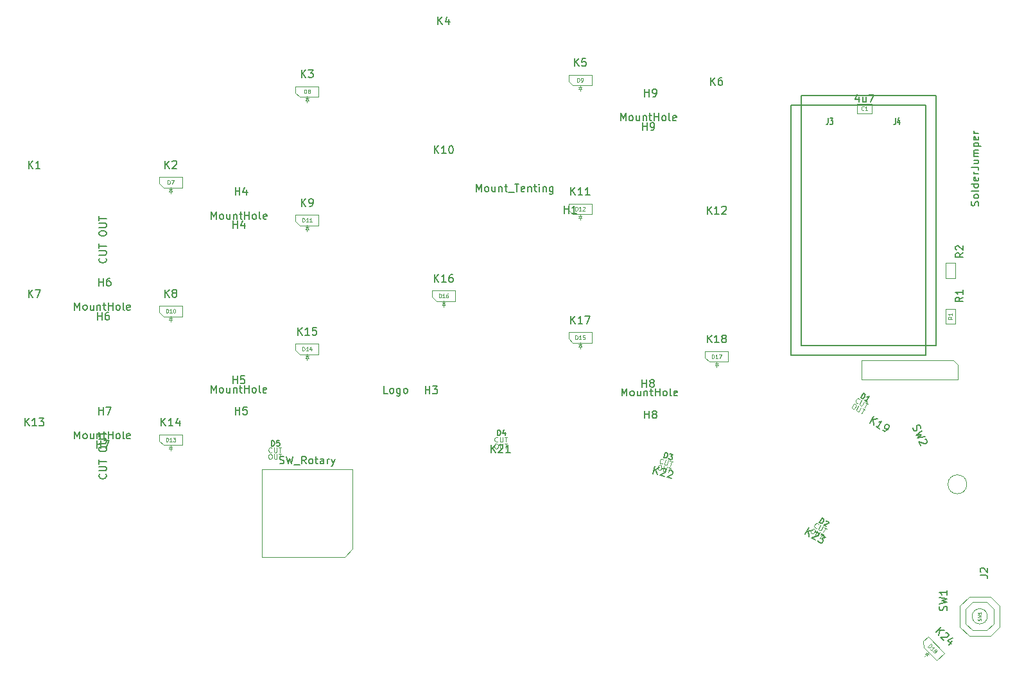
<source format=gbr>
%TF.GenerationSoftware,KiCad,Pcbnew,(5.1.10-1-10_14)*%
%TF.CreationDate,2021-11-02T17:36:35-07:00*%
%TF.ProjectId,hillside,68696c6c-7369-4646-952e-6b696361645f,0.1.0*%
%TF.SameCoordinates,Original*%
%TF.FileFunction,Other,Fab,Top*%
%FSLAX46Y46*%
G04 Gerber Fmt 4.6, Leading zero omitted, Abs format (unit mm)*
G04 Created by KiCad (PCBNEW (5.1.10-1-10_14)) date 2021-11-02 17:36:35*
%MOMM*%
%LPD*%
G01*
G04 APERTURE LIST*
%ADD10C,0.200000*%
%ADD11C,0.100000*%
%ADD12C,0.150000*%
%ADD13C,0.120000*%
%ADD14C,0.080000*%
%ADD15C,0.153000*%
%ADD16C,0.060000*%
%ADD17C,0.075000*%
G04 APERTURE END LIST*
D10*
X109457142Y-89804761D02*
X109504761Y-89852380D01*
X109552380Y-89995238D01*
X109552380Y-90090476D01*
X109504761Y-90233333D01*
X109409523Y-90328571D01*
X109314285Y-90376190D01*
X109123809Y-90423809D01*
X108980952Y-90423809D01*
X108790476Y-90376190D01*
X108695238Y-90328571D01*
X108600000Y-90233333D01*
X108552380Y-90090476D01*
X108552380Y-89995238D01*
X108600000Y-89852380D01*
X108647619Y-89804761D01*
X108552380Y-89376190D02*
X109361904Y-89376190D01*
X109457142Y-89328571D01*
X109504761Y-89280952D01*
X109552380Y-89185714D01*
X109552380Y-88995238D01*
X109504761Y-88900000D01*
X109457142Y-88852380D01*
X109361904Y-88804761D01*
X108552380Y-88804761D01*
X108552380Y-88471428D02*
X108552380Y-87900000D01*
X109552380Y-88185714D02*
X108552380Y-88185714D01*
X108552380Y-86614285D02*
X108552380Y-86423809D01*
X108600000Y-86328571D01*
X108695238Y-86233333D01*
X108885714Y-86185714D01*
X109219047Y-86185714D01*
X109409523Y-86233333D01*
X109504761Y-86328571D01*
X109552380Y-86423809D01*
X109552380Y-86614285D01*
X109504761Y-86709523D01*
X109409523Y-86804761D01*
X109219047Y-86852380D01*
X108885714Y-86852380D01*
X108695238Y-86804761D01*
X108600000Y-86709523D01*
X108552380Y-86614285D01*
X108552380Y-85757142D02*
X109361904Y-85757142D01*
X109457142Y-85709523D01*
X109504761Y-85661904D01*
X109552380Y-85566666D01*
X109552380Y-85376190D01*
X109504761Y-85280952D01*
X109457142Y-85233333D01*
X109361904Y-85185714D01*
X108552380Y-85185714D01*
X108552380Y-84852380D02*
X108552380Y-84280952D01*
X109552380Y-84566666D02*
X108552380Y-84566666D01*
X109457142Y-118304761D02*
X109504761Y-118352380D01*
X109552380Y-118495238D01*
X109552380Y-118590476D01*
X109504761Y-118733333D01*
X109409523Y-118828571D01*
X109314285Y-118876190D01*
X109123809Y-118923809D01*
X108980952Y-118923809D01*
X108790476Y-118876190D01*
X108695238Y-118828571D01*
X108600000Y-118733333D01*
X108552380Y-118590476D01*
X108552380Y-118495238D01*
X108600000Y-118352380D01*
X108647619Y-118304761D01*
X108552380Y-117876190D02*
X109361904Y-117876190D01*
X109457142Y-117828571D01*
X109504761Y-117780952D01*
X109552380Y-117685714D01*
X109552380Y-117495238D01*
X109504761Y-117400000D01*
X109457142Y-117352380D01*
X109361904Y-117304761D01*
X108552380Y-117304761D01*
X108552380Y-116971428D02*
X108552380Y-116400000D01*
X109552380Y-116685714D02*
X108552380Y-116685714D01*
X108552380Y-115114285D02*
X108552380Y-114923809D01*
X108600000Y-114828571D01*
X108695238Y-114733333D01*
X108885714Y-114685714D01*
X109219047Y-114685714D01*
X109409523Y-114733333D01*
X109504761Y-114828571D01*
X109552380Y-114923809D01*
X109552380Y-115114285D01*
X109504761Y-115209523D01*
X109409523Y-115304761D01*
X109219047Y-115352380D01*
X108885714Y-115352380D01*
X108695238Y-115304761D01*
X108600000Y-115209523D01*
X108552380Y-115114285D01*
X108552380Y-114257142D02*
X109361904Y-114257142D01*
X109457142Y-114209523D01*
X109504761Y-114161904D01*
X109552380Y-114066666D01*
X109552380Y-113876190D01*
X109504761Y-113780952D01*
X109457142Y-113733333D01*
X109361904Y-113685714D01*
X108552380Y-113685714D01*
X108552380Y-113352380D02*
X108552380Y-112780952D01*
X109552380Y-113066666D02*
X108552380Y-113066666D01*
D11*
%TO.C,J1*%
X221825000Y-103915000D02*
X221825000Y-105820000D01*
X221825000Y-105820000D02*
X209125000Y-105820000D01*
X209125000Y-105820000D02*
X209125000Y-103280000D01*
X209125000Y-103280000D02*
X221190000Y-103280000D01*
X221190000Y-103280000D02*
X221825000Y-103915000D01*
%TO.C,C1*%
X210500000Y-70655000D02*
X208500000Y-70655000D01*
X210500000Y-69405000D02*
X210500000Y-70655000D01*
X208500000Y-69405000D02*
X210500000Y-69405000D01*
X208500000Y-70655000D02*
X208500000Y-69405000D01*
D12*
%TO.C,U1*%
X199840000Y-102632000D02*
X199840000Y-69612000D01*
X217620000Y-102632000D02*
X199840000Y-102632000D01*
X217620000Y-69612000D02*
X217620000Y-102632000D01*
X199840000Y-69612000D02*
X217620000Y-69612000D01*
X201155000Y-68342000D02*
X218935000Y-68342000D01*
X218935000Y-68342000D02*
X218935000Y-101362000D01*
X218935000Y-101362000D02*
X201155000Y-101362000D01*
X201155000Y-101362000D02*
X201155000Y-68342000D01*
D11*
%TO.C,SW1*%
X226565000Y-138050000D02*
X225650000Y-138965000D01*
X226565000Y-136150000D02*
X225650000Y-135235000D01*
X222835000Y-136150000D02*
X223750000Y-135235000D01*
X222835000Y-138050000D02*
X223750000Y-138965000D01*
X225700000Y-137100000D02*
G75*
G03*
X225700000Y-137100000I-1000000J0D01*
G01*
X225650000Y-138965000D02*
X223750000Y-138965000D01*
X222835000Y-138050000D02*
X222835000Y-136150000D01*
X223750000Y-135235000D02*
X225650000Y-135235000D01*
X226565000Y-136150000D02*
X226565000Y-138050000D01*
X227300000Y-135700000D02*
X227300000Y-138500000D01*
X226100000Y-134500000D02*
X227300000Y-135700000D01*
X223300000Y-134500000D02*
X226100000Y-134500000D01*
X222100000Y-135700000D02*
X223300000Y-134500000D01*
X222100000Y-138500000D02*
X222100000Y-135700000D01*
X223300000Y-139700000D02*
X222100000Y-138500000D01*
X226100000Y-139700000D02*
X223300000Y-139700000D01*
X227300000Y-138500000D02*
X226100000Y-139700000D01*
%TO.C,R2*%
X221485000Y-90460000D02*
X221485000Y-92460000D01*
X220235000Y-90460000D02*
X221485000Y-90460000D01*
X220235000Y-92460000D02*
X220235000Y-90460000D01*
X221485000Y-92460000D02*
X220235000Y-92460000D01*
%TO.C,R1*%
X221485000Y-96480000D02*
X221485000Y-98480000D01*
X220235000Y-96480000D02*
X221485000Y-96480000D01*
X220235000Y-98480000D02*
X220235000Y-96480000D01*
X221485000Y-98480000D02*
X220235000Y-98480000D01*
%TO.C,D18*%
X217297023Y-141191070D02*
X219029434Y-142923482D01*
X217282881Y-140399111D02*
X217883921Y-139798070D01*
X217297023Y-141191070D02*
X217282881Y-140399111D01*
X217883921Y-139798070D02*
X220033526Y-141947675D01*
X219043577Y-142937624D02*
X220033526Y-141947675D01*
X217827353Y-142004243D02*
X218004130Y-141827466D01*
X217827353Y-142004243D02*
X217473800Y-142074954D01*
X217473800Y-142074954D02*
X217756642Y-142357796D01*
X217756642Y-142357796D02*
X217827353Y-142004243D01*
X217685932Y-141862822D02*
X217968774Y-142145664D01*
X217615221Y-142216375D02*
X217438444Y-142393152D01*
%TO.C,D17*%
X189050000Y-103500000D02*
X191500000Y-103500000D01*
X188480000Y-102950000D02*
X188480000Y-102100000D01*
X189050000Y-103500000D02*
X188480000Y-102950000D01*
X188480000Y-102100000D02*
X191520000Y-102100000D01*
X191520000Y-103500000D02*
X191520000Y-102100000D01*
X190000000Y-103700000D02*
X190000000Y-103450000D01*
X190000000Y-103700000D02*
X189800000Y-104000000D01*
X189800000Y-104000000D02*
X190200000Y-104000000D01*
X190200000Y-104000000D02*
X190000000Y-103700000D01*
X189800000Y-103700000D02*
X190200000Y-103700000D01*
X190000000Y-104000000D02*
X190000000Y-104250000D01*
%TO.C,D16*%
X153050000Y-95500000D02*
X155500000Y-95500000D01*
X152480000Y-94950000D02*
X152480000Y-94100000D01*
X153050000Y-95500000D02*
X152480000Y-94950000D01*
X152480000Y-94100000D02*
X155520000Y-94100000D01*
X155520000Y-95500000D02*
X155520000Y-94100000D01*
X154000000Y-95700000D02*
X154000000Y-95450000D01*
X154000000Y-95700000D02*
X153800000Y-96000000D01*
X153800000Y-96000000D02*
X154200000Y-96000000D01*
X154200000Y-96000000D02*
X154000000Y-95700000D01*
X153800000Y-95700000D02*
X154200000Y-95700000D01*
X154000000Y-96000000D02*
X154000000Y-96250000D01*
%TO.C,D15*%
X171050000Y-101000000D02*
X173500000Y-101000000D01*
X170480000Y-100450000D02*
X170480000Y-99600000D01*
X171050000Y-101000000D02*
X170480000Y-100450000D01*
X170480000Y-99600000D02*
X173520000Y-99600000D01*
X173520000Y-101000000D02*
X173520000Y-99600000D01*
X172000000Y-101200000D02*
X172000000Y-100950000D01*
X172000000Y-101200000D02*
X171800000Y-101500000D01*
X171800000Y-101500000D02*
X172200000Y-101500000D01*
X172200000Y-101500000D02*
X172000000Y-101200000D01*
X171800000Y-101200000D02*
X172200000Y-101200000D01*
X172000000Y-101500000D02*
X172000000Y-101750000D01*
%TO.C,D14*%
X135050000Y-102500000D02*
X137500000Y-102500000D01*
X134480000Y-101950000D02*
X134480000Y-101100000D01*
X135050000Y-102500000D02*
X134480000Y-101950000D01*
X134480000Y-101100000D02*
X137520000Y-101100000D01*
X137520000Y-102500000D02*
X137520000Y-101100000D01*
X136000000Y-102700000D02*
X136000000Y-102450000D01*
X136000000Y-102700000D02*
X135800000Y-103000000D01*
X135800000Y-103000000D02*
X136200000Y-103000000D01*
X136200000Y-103000000D02*
X136000000Y-102700000D01*
X135800000Y-102700000D02*
X136200000Y-102700000D01*
X136000000Y-103000000D02*
X136000000Y-103250000D01*
%TO.C,D13*%
X117050000Y-114500000D02*
X119500000Y-114500000D01*
X116480000Y-113950000D02*
X116480000Y-113100000D01*
X117050000Y-114500000D02*
X116480000Y-113950000D01*
X116480000Y-113100000D02*
X119520000Y-113100000D01*
X119520000Y-114500000D02*
X119520000Y-113100000D01*
X118000000Y-114700000D02*
X118000000Y-114450000D01*
X118000000Y-114700000D02*
X117800000Y-115000000D01*
X117800000Y-115000000D02*
X118200000Y-115000000D01*
X118200000Y-115000000D02*
X118000000Y-114700000D01*
X117800000Y-114700000D02*
X118200000Y-114700000D01*
X118000000Y-115000000D02*
X118000000Y-115250000D01*
%TO.C,D12*%
X171050000Y-84000000D02*
X173500000Y-84000000D01*
X170480000Y-83450000D02*
X170480000Y-82600000D01*
X171050000Y-84000000D02*
X170480000Y-83450000D01*
X170480000Y-82600000D02*
X173520000Y-82600000D01*
X173520000Y-84000000D02*
X173520000Y-82600000D01*
X172000000Y-84200000D02*
X172000000Y-83950000D01*
X172000000Y-84200000D02*
X171800000Y-84500000D01*
X171800000Y-84500000D02*
X172200000Y-84500000D01*
X172200000Y-84500000D02*
X172000000Y-84200000D01*
X171800000Y-84200000D02*
X172200000Y-84200000D01*
X172000000Y-84500000D02*
X172000000Y-84750000D01*
%TO.C,D11*%
X135050000Y-85500000D02*
X137500000Y-85500000D01*
X134480000Y-84950000D02*
X134480000Y-84100000D01*
X135050000Y-85500000D02*
X134480000Y-84950000D01*
X134480000Y-84100000D02*
X137520000Y-84100000D01*
X137520000Y-85500000D02*
X137520000Y-84100000D01*
X136000000Y-85700000D02*
X136000000Y-85450000D01*
X136000000Y-85700000D02*
X135800000Y-86000000D01*
X135800000Y-86000000D02*
X136200000Y-86000000D01*
X136200000Y-86000000D02*
X136000000Y-85700000D01*
X135800000Y-85700000D02*
X136200000Y-85700000D01*
X136000000Y-86000000D02*
X136000000Y-86250000D01*
%TO.C,D10*%
X117050000Y-97500000D02*
X119500000Y-97500000D01*
X116480000Y-96950000D02*
X116480000Y-96100000D01*
X117050000Y-97500000D02*
X116480000Y-96950000D01*
X116480000Y-96100000D02*
X119520000Y-96100000D01*
X119520000Y-97500000D02*
X119520000Y-96100000D01*
X118000000Y-97700000D02*
X118000000Y-97450000D01*
X118000000Y-97700000D02*
X117800000Y-98000000D01*
X117800000Y-98000000D02*
X118200000Y-98000000D01*
X118200000Y-98000000D02*
X118000000Y-97700000D01*
X117800000Y-97700000D02*
X118200000Y-97700000D01*
X118000000Y-98000000D02*
X118000000Y-98250000D01*
%TO.C,D9*%
X171050000Y-67000000D02*
X173500000Y-67000000D01*
X170480000Y-66450000D02*
X170480000Y-65600000D01*
X171050000Y-67000000D02*
X170480000Y-66450000D01*
X170480000Y-65600000D02*
X173520000Y-65600000D01*
X173520000Y-67000000D02*
X173520000Y-65600000D01*
X172000000Y-67200000D02*
X172000000Y-66950000D01*
X172000000Y-67200000D02*
X171800000Y-67500000D01*
X171800000Y-67500000D02*
X172200000Y-67500000D01*
X172200000Y-67500000D02*
X172000000Y-67200000D01*
X171800000Y-67200000D02*
X172200000Y-67200000D01*
X172000000Y-67500000D02*
X172000000Y-67750000D01*
%TO.C,D8*%
X135050000Y-68500000D02*
X137500000Y-68500000D01*
X134480000Y-67950000D02*
X134480000Y-67100000D01*
X135050000Y-68500000D02*
X134480000Y-67950000D01*
X134480000Y-67100000D02*
X137520000Y-67100000D01*
X137520000Y-68500000D02*
X137520000Y-67100000D01*
X136000000Y-68700000D02*
X136000000Y-68450000D01*
X136000000Y-68700000D02*
X135800000Y-69000000D01*
X135800000Y-69000000D02*
X136200000Y-69000000D01*
X136200000Y-69000000D02*
X136000000Y-68700000D01*
X135800000Y-68700000D02*
X136200000Y-68700000D01*
X136000000Y-69000000D02*
X136000000Y-69250000D01*
%TO.C,D7*%
X117050000Y-80500000D02*
X119500000Y-80500000D01*
X116480000Y-79950000D02*
X116480000Y-79100000D01*
X117050000Y-80500000D02*
X116480000Y-79950000D01*
X116480000Y-79100000D02*
X119520000Y-79100000D01*
X119520000Y-80500000D02*
X119520000Y-79100000D01*
X118000000Y-80700000D02*
X118000000Y-80450000D01*
X118000000Y-80700000D02*
X117800000Y-81000000D01*
X117800000Y-81000000D02*
X118200000Y-81000000D01*
X118200000Y-81000000D02*
X118000000Y-80700000D01*
X117800000Y-80700000D02*
X118200000Y-80700000D01*
X118000000Y-81000000D02*
X118000000Y-81250000D01*
D13*
%TO.C,K20*%
X142000000Y-128200000D02*
X141000000Y-129300000D01*
X142000000Y-117700000D02*
X142000000Y-128200000D01*
X130000000Y-117700000D02*
X142000000Y-117700000D01*
X130000000Y-129300000D02*
X130000000Y-117700000D01*
X141000000Y-129300000D02*
X130000000Y-129300000D01*
%TO.C,H2*%
X223000000Y-119670000D02*
G75*
G03*
X223000000Y-119670000I-1250000J0D01*
G01*
%TD*%
%TO.C,H3*%
D12*
X151598095Y-107702380D02*
X151598095Y-106702380D01*
X151598095Y-107178571D02*
X152169523Y-107178571D01*
X152169523Y-107702380D02*
X152169523Y-106702380D01*
X152550476Y-106702380D02*
X153169523Y-106702380D01*
X152836190Y-107083333D01*
X152979047Y-107083333D01*
X153074285Y-107130952D01*
X153121904Y-107178571D01*
X153169523Y-107273809D01*
X153169523Y-107511904D01*
X153121904Y-107607142D01*
X153074285Y-107654761D01*
X152979047Y-107702380D01*
X152693333Y-107702380D01*
X152598095Y-107654761D01*
X152550476Y-107607142D01*
X146612380Y-107662380D02*
X146136190Y-107662380D01*
X146136190Y-106662380D01*
X147088571Y-107662380D02*
X146993333Y-107614761D01*
X146945714Y-107567142D01*
X146898095Y-107471904D01*
X146898095Y-107186190D01*
X146945714Y-107090952D01*
X146993333Y-107043333D01*
X147088571Y-106995714D01*
X147231428Y-106995714D01*
X147326666Y-107043333D01*
X147374285Y-107090952D01*
X147421904Y-107186190D01*
X147421904Y-107471904D01*
X147374285Y-107567142D01*
X147326666Y-107614761D01*
X147231428Y-107662380D01*
X147088571Y-107662380D01*
X148279047Y-106995714D02*
X148279047Y-107805238D01*
X148231428Y-107900476D01*
X148183809Y-107948095D01*
X148088571Y-107995714D01*
X147945714Y-107995714D01*
X147850476Y-107948095D01*
X148279047Y-107614761D02*
X148183809Y-107662380D01*
X147993333Y-107662380D01*
X147898095Y-107614761D01*
X147850476Y-107567142D01*
X147802857Y-107471904D01*
X147802857Y-107186190D01*
X147850476Y-107090952D01*
X147898095Y-107043333D01*
X147993333Y-106995714D01*
X148183809Y-106995714D01*
X148279047Y-107043333D01*
X148898095Y-107662380D02*
X148802857Y-107614761D01*
X148755238Y-107567142D01*
X148707619Y-107471904D01*
X148707619Y-107186190D01*
X148755238Y-107090952D01*
X148802857Y-107043333D01*
X148898095Y-106995714D01*
X149040952Y-106995714D01*
X149136190Y-107043333D01*
X149183809Y-107090952D01*
X149231428Y-107186190D01*
X149231428Y-107471904D01*
X149183809Y-107567142D01*
X149136190Y-107614761D01*
X149040952Y-107662380D01*
X148898095Y-107662380D01*
%TO.C,H5*%
X126218095Y-106362380D02*
X126218095Y-105362380D01*
X126218095Y-105838571D02*
X126789523Y-105838571D01*
X126789523Y-106362380D02*
X126789523Y-105362380D01*
X127741904Y-105362380D02*
X127265714Y-105362380D01*
X127218095Y-105838571D01*
X127265714Y-105790952D01*
X127360952Y-105743333D01*
X127599047Y-105743333D01*
X127694285Y-105790952D01*
X127741904Y-105838571D01*
X127789523Y-105933809D01*
X127789523Y-106171904D01*
X127741904Y-106267142D01*
X127694285Y-106314761D01*
X127599047Y-106362380D01*
X127360952Y-106362380D01*
X127265714Y-106314761D01*
X127218095Y-106267142D01*
X123327142Y-107572380D02*
X123327142Y-106572380D01*
X123660476Y-107286666D01*
X123993809Y-106572380D01*
X123993809Y-107572380D01*
X124612857Y-107572380D02*
X124517619Y-107524761D01*
X124470000Y-107477142D01*
X124422380Y-107381904D01*
X124422380Y-107096190D01*
X124470000Y-107000952D01*
X124517619Y-106953333D01*
X124612857Y-106905714D01*
X124755714Y-106905714D01*
X124850952Y-106953333D01*
X124898571Y-107000952D01*
X124946190Y-107096190D01*
X124946190Y-107381904D01*
X124898571Y-107477142D01*
X124850952Y-107524761D01*
X124755714Y-107572380D01*
X124612857Y-107572380D01*
X125803333Y-106905714D02*
X125803333Y-107572380D01*
X125374761Y-106905714D02*
X125374761Y-107429523D01*
X125422380Y-107524761D01*
X125517619Y-107572380D01*
X125660476Y-107572380D01*
X125755714Y-107524761D01*
X125803333Y-107477142D01*
X126279523Y-106905714D02*
X126279523Y-107572380D01*
X126279523Y-107000952D02*
X126327142Y-106953333D01*
X126422380Y-106905714D01*
X126565238Y-106905714D01*
X126660476Y-106953333D01*
X126708095Y-107048571D01*
X126708095Y-107572380D01*
X127041428Y-106905714D02*
X127422380Y-106905714D01*
X127184285Y-106572380D02*
X127184285Y-107429523D01*
X127231904Y-107524761D01*
X127327142Y-107572380D01*
X127422380Y-107572380D01*
X127755714Y-107572380D02*
X127755714Y-106572380D01*
X127755714Y-107048571D02*
X128327142Y-107048571D01*
X128327142Y-107572380D02*
X128327142Y-106572380D01*
X128946190Y-107572380D02*
X128850952Y-107524761D01*
X128803333Y-107477142D01*
X128755714Y-107381904D01*
X128755714Y-107096190D01*
X128803333Y-107000952D01*
X128850952Y-106953333D01*
X128946190Y-106905714D01*
X129089047Y-106905714D01*
X129184285Y-106953333D01*
X129231904Y-107000952D01*
X129279523Y-107096190D01*
X129279523Y-107381904D01*
X129231904Y-107477142D01*
X129184285Y-107524761D01*
X129089047Y-107572380D01*
X128946190Y-107572380D01*
X129850952Y-107572380D02*
X129755714Y-107524761D01*
X129708095Y-107429523D01*
X129708095Y-106572380D01*
X130612857Y-107524761D02*
X130517619Y-107572380D01*
X130327142Y-107572380D01*
X130231904Y-107524761D01*
X130184285Y-107429523D01*
X130184285Y-107048571D01*
X130231904Y-106953333D01*
X130327142Y-106905714D01*
X130517619Y-106905714D01*
X130612857Y-106953333D01*
X130660476Y-107048571D01*
X130660476Y-107143809D01*
X130184285Y-107239047D01*
X126538095Y-110452380D02*
X126538095Y-109452380D01*
X126538095Y-109928571D02*
X127109523Y-109928571D01*
X127109523Y-110452380D02*
X127109523Y-109452380D01*
X128061904Y-109452380D02*
X127585714Y-109452380D01*
X127538095Y-109928571D01*
X127585714Y-109880952D01*
X127680952Y-109833333D01*
X127919047Y-109833333D01*
X128014285Y-109880952D01*
X128061904Y-109928571D01*
X128109523Y-110023809D01*
X128109523Y-110261904D01*
X128061904Y-110357142D01*
X128014285Y-110404761D01*
X127919047Y-110452380D01*
X127680952Y-110452380D01*
X127585714Y-110404761D01*
X127538095Y-110357142D01*
%TO.C,H9*%
X180238095Y-72902380D02*
X180238095Y-71902380D01*
X180238095Y-72378571D02*
X180809523Y-72378571D01*
X180809523Y-72902380D02*
X180809523Y-71902380D01*
X181333333Y-72902380D02*
X181523809Y-72902380D01*
X181619047Y-72854761D01*
X181666666Y-72807142D01*
X181761904Y-72664285D01*
X181809523Y-72473809D01*
X181809523Y-72092857D01*
X181761904Y-71997619D01*
X181714285Y-71950000D01*
X181619047Y-71902380D01*
X181428571Y-71902380D01*
X181333333Y-71950000D01*
X181285714Y-71997619D01*
X181238095Y-72092857D01*
X181238095Y-72330952D01*
X181285714Y-72426190D01*
X181333333Y-72473809D01*
X181428571Y-72521428D01*
X181619047Y-72521428D01*
X181714285Y-72473809D01*
X181761904Y-72426190D01*
X181809523Y-72330952D01*
X177357142Y-71652380D02*
X177357142Y-70652380D01*
X177690476Y-71366666D01*
X178023809Y-70652380D01*
X178023809Y-71652380D01*
X178642857Y-71652380D02*
X178547619Y-71604761D01*
X178500000Y-71557142D01*
X178452380Y-71461904D01*
X178452380Y-71176190D01*
X178500000Y-71080952D01*
X178547619Y-71033333D01*
X178642857Y-70985714D01*
X178785714Y-70985714D01*
X178880952Y-71033333D01*
X178928571Y-71080952D01*
X178976190Y-71176190D01*
X178976190Y-71461904D01*
X178928571Y-71557142D01*
X178880952Y-71604761D01*
X178785714Y-71652380D01*
X178642857Y-71652380D01*
X179833333Y-70985714D02*
X179833333Y-71652380D01*
X179404761Y-70985714D02*
X179404761Y-71509523D01*
X179452380Y-71604761D01*
X179547619Y-71652380D01*
X179690476Y-71652380D01*
X179785714Y-71604761D01*
X179833333Y-71557142D01*
X180309523Y-70985714D02*
X180309523Y-71652380D01*
X180309523Y-71080952D02*
X180357142Y-71033333D01*
X180452380Y-70985714D01*
X180595238Y-70985714D01*
X180690476Y-71033333D01*
X180738095Y-71128571D01*
X180738095Y-71652380D01*
X181071428Y-70985714D02*
X181452380Y-70985714D01*
X181214285Y-70652380D02*
X181214285Y-71509523D01*
X181261904Y-71604761D01*
X181357142Y-71652380D01*
X181452380Y-71652380D01*
X181785714Y-71652380D02*
X181785714Y-70652380D01*
X181785714Y-71128571D02*
X182357142Y-71128571D01*
X182357142Y-71652380D02*
X182357142Y-70652380D01*
X182976190Y-71652380D02*
X182880952Y-71604761D01*
X182833333Y-71557142D01*
X182785714Y-71461904D01*
X182785714Y-71176190D01*
X182833333Y-71080952D01*
X182880952Y-71033333D01*
X182976190Y-70985714D01*
X183119047Y-70985714D01*
X183214285Y-71033333D01*
X183261904Y-71080952D01*
X183309523Y-71176190D01*
X183309523Y-71461904D01*
X183261904Y-71557142D01*
X183214285Y-71604761D01*
X183119047Y-71652380D01*
X182976190Y-71652380D01*
X183880952Y-71652380D02*
X183785714Y-71604761D01*
X183738095Y-71509523D01*
X183738095Y-70652380D01*
X184642857Y-71604761D02*
X184547619Y-71652380D01*
X184357142Y-71652380D01*
X184261904Y-71604761D01*
X184214285Y-71509523D01*
X184214285Y-71128571D01*
X184261904Y-71033333D01*
X184357142Y-70985714D01*
X184547619Y-70985714D01*
X184642857Y-71033333D01*
X184690476Y-71128571D01*
X184690476Y-71223809D01*
X184214285Y-71319047D01*
X180538095Y-68452380D02*
X180538095Y-67452380D01*
X180538095Y-67928571D02*
X181109523Y-67928571D01*
X181109523Y-68452380D02*
X181109523Y-67452380D01*
X181633333Y-68452380D02*
X181823809Y-68452380D01*
X181919047Y-68404761D01*
X181966666Y-68357142D01*
X182061904Y-68214285D01*
X182109523Y-68023809D01*
X182109523Y-67642857D01*
X182061904Y-67547619D01*
X182014285Y-67500000D01*
X181919047Y-67452380D01*
X181728571Y-67452380D01*
X181633333Y-67500000D01*
X181585714Y-67547619D01*
X181538095Y-67642857D01*
X181538095Y-67880952D01*
X181585714Y-67976190D01*
X181633333Y-68023809D01*
X181728571Y-68071428D01*
X181919047Y-68071428D01*
X182014285Y-68023809D01*
X182061904Y-67976190D01*
X182109523Y-67880952D01*
%TO.C,H8*%
X180198095Y-106852380D02*
X180198095Y-105852380D01*
X180198095Y-106328571D02*
X180769523Y-106328571D01*
X180769523Y-106852380D02*
X180769523Y-105852380D01*
X181388571Y-106280952D02*
X181293333Y-106233333D01*
X181245714Y-106185714D01*
X181198095Y-106090476D01*
X181198095Y-106042857D01*
X181245714Y-105947619D01*
X181293333Y-105900000D01*
X181388571Y-105852380D01*
X181579047Y-105852380D01*
X181674285Y-105900000D01*
X181721904Y-105947619D01*
X181769523Y-106042857D01*
X181769523Y-106090476D01*
X181721904Y-106185714D01*
X181674285Y-106233333D01*
X181579047Y-106280952D01*
X181388571Y-106280952D01*
X181293333Y-106328571D01*
X181245714Y-106376190D01*
X181198095Y-106471428D01*
X181198095Y-106661904D01*
X181245714Y-106757142D01*
X181293333Y-106804761D01*
X181388571Y-106852380D01*
X181579047Y-106852380D01*
X181674285Y-106804761D01*
X181721904Y-106757142D01*
X181769523Y-106661904D01*
X181769523Y-106471428D01*
X181721904Y-106376190D01*
X181674285Y-106328571D01*
X181579047Y-106280952D01*
X177497142Y-107982380D02*
X177497142Y-106982380D01*
X177830476Y-107696666D01*
X178163809Y-106982380D01*
X178163809Y-107982380D01*
X178782857Y-107982380D02*
X178687619Y-107934761D01*
X178640000Y-107887142D01*
X178592380Y-107791904D01*
X178592380Y-107506190D01*
X178640000Y-107410952D01*
X178687619Y-107363333D01*
X178782857Y-107315714D01*
X178925714Y-107315714D01*
X179020952Y-107363333D01*
X179068571Y-107410952D01*
X179116190Y-107506190D01*
X179116190Y-107791904D01*
X179068571Y-107887142D01*
X179020952Y-107934761D01*
X178925714Y-107982380D01*
X178782857Y-107982380D01*
X179973333Y-107315714D02*
X179973333Y-107982380D01*
X179544761Y-107315714D02*
X179544761Y-107839523D01*
X179592380Y-107934761D01*
X179687619Y-107982380D01*
X179830476Y-107982380D01*
X179925714Y-107934761D01*
X179973333Y-107887142D01*
X180449523Y-107315714D02*
X180449523Y-107982380D01*
X180449523Y-107410952D02*
X180497142Y-107363333D01*
X180592380Y-107315714D01*
X180735238Y-107315714D01*
X180830476Y-107363333D01*
X180878095Y-107458571D01*
X180878095Y-107982380D01*
X181211428Y-107315714D02*
X181592380Y-107315714D01*
X181354285Y-106982380D02*
X181354285Y-107839523D01*
X181401904Y-107934761D01*
X181497142Y-107982380D01*
X181592380Y-107982380D01*
X181925714Y-107982380D02*
X181925714Y-106982380D01*
X181925714Y-107458571D02*
X182497142Y-107458571D01*
X182497142Y-107982380D02*
X182497142Y-106982380D01*
X183116190Y-107982380D02*
X183020952Y-107934761D01*
X182973333Y-107887142D01*
X182925714Y-107791904D01*
X182925714Y-107506190D01*
X182973333Y-107410952D01*
X183020952Y-107363333D01*
X183116190Y-107315714D01*
X183259047Y-107315714D01*
X183354285Y-107363333D01*
X183401904Y-107410952D01*
X183449523Y-107506190D01*
X183449523Y-107791904D01*
X183401904Y-107887142D01*
X183354285Y-107934761D01*
X183259047Y-107982380D01*
X183116190Y-107982380D01*
X184020952Y-107982380D02*
X183925714Y-107934761D01*
X183878095Y-107839523D01*
X183878095Y-106982380D01*
X184782857Y-107934761D02*
X184687619Y-107982380D01*
X184497142Y-107982380D01*
X184401904Y-107934761D01*
X184354285Y-107839523D01*
X184354285Y-107458571D01*
X184401904Y-107363333D01*
X184497142Y-107315714D01*
X184687619Y-107315714D01*
X184782857Y-107363333D01*
X184830476Y-107458571D01*
X184830476Y-107553809D01*
X184354285Y-107649047D01*
X180538095Y-110952380D02*
X180538095Y-109952380D01*
X180538095Y-110428571D02*
X181109523Y-110428571D01*
X181109523Y-110952380D02*
X181109523Y-109952380D01*
X181728571Y-110380952D02*
X181633333Y-110333333D01*
X181585714Y-110285714D01*
X181538095Y-110190476D01*
X181538095Y-110142857D01*
X181585714Y-110047619D01*
X181633333Y-110000000D01*
X181728571Y-109952380D01*
X181919047Y-109952380D01*
X182014285Y-110000000D01*
X182061904Y-110047619D01*
X182109523Y-110142857D01*
X182109523Y-110190476D01*
X182061904Y-110285714D01*
X182014285Y-110333333D01*
X181919047Y-110380952D01*
X181728571Y-110380952D01*
X181633333Y-110428571D01*
X181585714Y-110476190D01*
X181538095Y-110571428D01*
X181538095Y-110761904D01*
X181585714Y-110857142D01*
X181633333Y-110904761D01*
X181728571Y-110952380D01*
X181919047Y-110952380D01*
X182014285Y-110904761D01*
X182061904Y-110857142D01*
X182109523Y-110761904D01*
X182109523Y-110571428D01*
X182061904Y-110476190D01*
X182014285Y-110428571D01*
X181919047Y-110380952D01*
%TO.C,H7*%
X108238095Y-114882380D02*
X108238095Y-113882380D01*
X108238095Y-114358571D02*
X108809523Y-114358571D01*
X108809523Y-114882380D02*
X108809523Y-113882380D01*
X109190476Y-113882380D02*
X109857142Y-113882380D01*
X109428571Y-114882380D01*
X105357142Y-113652380D02*
X105357142Y-112652380D01*
X105690476Y-113366666D01*
X106023809Y-112652380D01*
X106023809Y-113652380D01*
X106642857Y-113652380D02*
X106547619Y-113604761D01*
X106500000Y-113557142D01*
X106452380Y-113461904D01*
X106452380Y-113176190D01*
X106500000Y-113080952D01*
X106547619Y-113033333D01*
X106642857Y-112985714D01*
X106785714Y-112985714D01*
X106880952Y-113033333D01*
X106928571Y-113080952D01*
X106976190Y-113176190D01*
X106976190Y-113461904D01*
X106928571Y-113557142D01*
X106880952Y-113604761D01*
X106785714Y-113652380D01*
X106642857Y-113652380D01*
X107833333Y-112985714D02*
X107833333Y-113652380D01*
X107404761Y-112985714D02*
X107404761Y-113509523D01*
X107452380Y-113604761D01*
X107547619Y-113652380D01*
X107690476Y-113652380D01*
X107785714Y-113604761D01*
X107833333Y-113557142D01*
X108309523Y-112985714D02*
X108309523Y-113652380D01*
X108309523Y-113080952D02*
X108357142Y-113033333D01*
X108452380Y-112985714D01*
X108595238Y-112985714D01*
X108690476Y-113033333D01*
X108738095Y-113128571D01*
X108738095Y-113652380D01*
X109071428Y-112985714D02*
X109452380Y-112985714D01*
X109214285Y-112652380D02*
X109214285Y-113509523D01*
X109261904Y-113604761D01*
X109357142Y-113652380D01*
X109452380Y-113652380D01*
X109785714Y-113652380D02*
X109785714Y-112652380D01*
X109785714Y-113128571D02*
X110357142Y-113128571D01*
X110357142Y-113652380D02*
X110357142Y-112652380D01*
X110976190Y-113652380D02*
X110880952Y-113604761D01*
X110833333Y-113557142D01*
X110785714Y-113461904D01*
X110785714Y-113176190D01*
X110833333Y-113080952D01*
X110880952Y-113033333D01*
X110976190Y-112985714D01*
X111119047Y-112985714D01*
X111214285Y-113033333D01*
X111261904Y-113080952D01*
X111309523Y-113176190D01*
X111309523Y-113461904D01*
X111261904Y-113557142D01*
X111214285Y-113604761D01*
X111119047Y-113652380D01*
X110976190Y-113652380D01*
X111880952Y-113652380D02*
X111785714Y-113604761D01*
X111738095Y-113509523D01*
X111738095Y-112652380D01*
X112642857Y-113604761D02*
X112547619Y-113652380D01*
X112357142Y-113652380D01*
X112261904Y-113604761D01*
X112214285Y-113509523D01*
X112214285Y-113128571D01*
X112261904Y-113033333D01*
X112357142Y-112985714D01*
X112547619Y-112985714D01*
X112642857Y-113033333D01*
X112690476Y-113128571D01*
X112690476Y-113223809D01*
X112214285Y-113319047D01*
X108538095Y-110452380D02*
X108538095Y-109452380D01*
X108538095Y-109928571D02*
X109109523Y-109928571D01*
X109109523Y-110452380D02*
X109109523Y-109452380D01*
X109490476Y-109452380D02*
X110157142Y-109452380D01*
X109728571Y-110452380D01*
%TO.C,H6*%
X108348095Y-97952380D02*
X108348095Y-96952380D01*
X108348095Y-97428571D02*
X108919523Y-97428571D01*
X108919523Y-97952380D02*
X108919523Y-96952380D01*
X109824285Y-96952380D02*
X109633809Y-96952380D01*
X109538571Y-97000000D01*
X109490952Y-97047619D01*
X109395714Y-97190476D01*
X109348095Y-97380952D01*
X109348095Y-97761904D01*
X109395714Y-97857142D01*
X109443333Y-97904761D01*
X109538571Y-97952380D01*
X109729047Y-97952380D01*
X109824285Y-97904761D01*
X109871904Y-97857142D01*
X109919523Y-97761904D01*
X109919523Y-97523809D01*
X109871904Y-97428571D01*
X109824285Y-97380952D01*
X109729047Y-97333333D01*
X109538571Y-97333333D01*
X109443333Y-97380952D01*
X109395714Y-97428571D01*
X109348095Y-97523809D01*
X105357142Y-96652380D02*
X105357142Y-95652380D01*
X105690476Y-96366666D01*
X106023809Y-95652380D01*
X106023809Y-96652380D01*
X106642857Y-96652380D02*
X106547619Y-96604761D01*
X106500000Y-96557142D01*
X106452380Y-96461904D01*
X106452380Y-96176190D01*
X106500000Y-96080952D01*
X106547619Y-96033333D01*
X106642857Y-95985714D01*
X106785714Y-95985714D01*
X106880952Y-96033333D01*
X106928571Y-96080952D01*
X106976190Y-96176190D01*
X106976190Y-96461904D01*
X106928571Y-96557142D01*
X106880952Y-96604761D01*
X106785714Y-96652380D01*
X106642857Y-96652380D01*
X107833333Y-95985714D02*
X107833333Y-96652380D01*
X107404761Y-95985714D02*
X107404761Y-96509523D01*
X107452380Y-96604761D01*
X107547619Y-96652380D01*
X107690476Y-96652380D01*
X107785714Y-96604761D01*
X107833333Y-96557142D01*
X108309523Y-95985714D02*
X108309523Y-96652380D01*
X108309523Y-96080952D02*
X108357142Y-96033333D01*
X108452380Y-95985714D01*
X108595238Y-95985714D01*
X108690476Y-96033333D01*
X108738095Y-96128571D01*
X108738095Y-96652380D01*
X109071428Y-95985714D02*
X109452380Y-95985714D01*
X109214285Y-95652380D02*
X109214285Y-96509523D01*
X109261904Y-96604761D01*
X109357142Y-96652380D01*
X109452380Y-96652380D01*
X109785714Y-96652380D02*
X109785714Y-95652380D01*
X109785714Y-96128571D02*
X110357142Y-96128571D01*
X110357142Y-96652380D02*
X110357142Y-95652380D01*
X110976190Y-96652380D02*
X110880952Y-96604761D01*
X110833333Y-96557142D01*
X110785714Y-96461904D01*
X110785714Y-96176190D01*
X110833333Y-96080952D01*
X110880952Y-96033333D01*
X110976190Y-95985714D01*
X111119047Y-95985714D01*
X111214285Y-96033333D01*
X111261904Y-96080952D01*
X111309523Y-96176190D01*
X111309523Y-96461904D01*
X111261904Y-96557142D01*
X111214285Y-96604761D01*
X111119047Y-96652380D01*
X110976190Y-96652380D01*
X111880952Y-96652380D02*
X111785714Y-96604761D01*
X111738095Y-96509523D01*
X111738095Y-95652380D01*
X112642857Y-96604761D02*
X112547619Y-96652380D01*
X112357142Y-96652380D01*
X112261904Y-96604761D01*
X112214285Y-96509523D01*
X112214285Y-96128571D01*
X112261904Y-96033333D01*
X112357142Y-95985714D01*
X112547619Y-95985714D01*
X112642857Y-96033333D01*
X112690476Y-96128571D01*
X112690476Y-96223809D01*
X112214285Y-96319047D01*
X108538095Y-93452380D02*
X108538095Y-92452380D01*
X108538095Y-92928571D02*
X109109523Y-92928571D01*
X109109523Y-93452380D02*
X109109523Y-92452380D01*
X110014285Y-92452380D02*
X109823809Y-92452380D01*
X109728571Y-92500000D01*
X109680952Y-92547619D01*
X109585714Y-92690476D01*
X109538095Y-92880952D01*
X109538095Y-93261904D01*
X109585714Y-93357142D01*
X109633333Y-93404761D01*
X109728571Y-93452380D01*
X109919047Y-93452380D01*
X110014285Y-93404761D01*
X110061904Y-93357142D01*
X110109523Y-93261904D01*
X110109523Y-93023809D01*
X110061904Y-92928571D01*
X110014285Y-92880952D01*
X109919047Y-92833333D01*
X109728571Y-92833333D01*
X109633333Y-92880952D01*
X109585714Y-92928571D01*
X109538095Y-93023809D01*
%TO.C,H4*%
X126238095Y-85862380D02*
X126238095Y-84862380D01*
X126238095Y-85338571D02*
X126809523Y-85338571D01*
X126809523Y-85862380D02*
X126809523Y-84862380D01*
X127714285Y-85195714D02*
X127714285Y-85862380D01*
X127476190Y-84814761D02*
X127238095Y-85529047D01*
X127857142Y-85529047D01*
X123357142Y-84652380D02*
X123357142Y-83652380D01*
X123690476Y-84366666D01*
X124023809Y-83652380D01*
X124023809Y-84652380D01*
X124642857Y-84652380D02*
X124547619Y-84604761D01*
X124500000Y-84557142D01*
X124452380Y-84461904D01*
X124452380Y-84176190D01*
X124500000Y-84080952D01*
X124547619Y-84033333D01*
X124642857Y-83985714D01*
X124785714Y-83985714D01*
X124880952Y-84033333D01*
X124928571Y-84080952D01*
X124976190Y-84176190D01*
X124976190Y-84461904D01*
X124928571Y-84557142D01*
X124880952Y-84604761D01*
X124785714Y-84652380D01*
X124642857Y-84652380D01*
X125833333Y-83985714D02*
X125833333Y-84652380D01*
X125404761Y-83985714D02*
X125404761Y-84509523D01*
X125452380Y-84604761D01*
X125547619Y-84652380D01*
X125690476Y-84652380D01*
X125785714Y-84604761D01*
X125833333Y-84557142D01*
X126309523Y-83985714D02*
X126309523Y-84652380D01*
X126309523Y-84080952D02*
X126357142Y-84033333D01*
X126452380Y-83985714D01*
X126595238Y-83985714D01*
X126690476Y-84033333D01*
X126738095Y-84128571D01*
X126738095Y-84652380D01*
X127071428Y-83985714D02*
X127452380Y-83985714D01*
X127214285Y-83652380D02*
X127214285Y-84509523D01*
X127261904Y-84604761D01*
X127357142Y-84652380D01*
X127452380Y-84652380D01*
X127785714Y-84652380D02*
X127785714Y-83652380D01*
X127785714Y-84128571D02*
X128357142Y-84128571D01*
X128357142Y-84652380D02*
X128357142Y-83652380D01*
X128976190Y-84652380D02*
X128880952Y-84604761D01*
X128833333Y-84557142D01*
X128785714Y-84461904D01*
X128785714Y-84176190D01*
X128833333Y-84080952D01*
X128880952Y-84033333D01*
X128976190Y-83985714D01*
X129119047Y-83985714D01*
X129214285Y-84033333D01*
X129261904Y-84080952D01*
X129309523Y-84176190D01*
X129309523Y-84461904D01*
X129261904Y-84557142D01*
X129214285Y-84604761D01*
X129119047Y-84652380D01*
X128976190Y-84652380D01*
X129880952Y-84652380D02*
X129785714Y-84604761D01*
X129738095Y-84509523D01*
X129738095Y-83652380D01*
X130642857Y-84604761D02*
X130547619Y-84652380D01*
X130357142Y-84652380D01*
X130261904Y-84604761D01*
X130214285Y-84509523D01*
X130214285Y-84128571D01*
X130261904Y-84033333D01*
X130357142Y-83985714D01*
X130547619Y-83985714D01*
X130642857Y-84033333D01*
X130690476Y-84128571D01*
X130690476Y-84223809D01*
X130214285Y-84319047D01*
X126538095Y-81452380D02*
X126538095Y-80452380D01*
X126538095Y-80928571D02*
X127109523Y-80928571D01*
X127109523Y-81452380D02*
X127109523Y-80452380D01*
X128014285Y-80785714D02*
X128014285Y-81452380D01*
X127776190Y-80404761D02*
X127538095Y-81119047D01*
X128157142Y-81119047D01*
%TO.C,H1*%
X169931595Y-83872880D02*
X169931595Y-82872880D01*
X169931595Y-83349071D02*
X170503023Y-83349071D01*
X170503023Y-83872880D02*
X170503023Y-82872880D01*
X171503023Y-83872880D02*
X170931595Y-83872880D01*
X171217309Y-83872880D02*
X171217309Y-82872880D01*
X171122071Y-83015738D01*
X171026833Y-83110976D01*
X170931595Y-83158595D01*
X158322380Y-81022380D02*
X158322380Y-80022380D01*
X158655714Y-80736666D01*
X158989047Y-80022380D01*
X158989047Y-81022380D01*
X159608095Y-81022380D02*
X159512857Y-80974761D01*
X159465238Y-80927142D01*
X159417619Y-80831904D01*
X159417619Y-80546190D01*
X159465238Y-80450952D01*
X159512857Y-80403333D01*
X159608095Y-80355714D01*
X159750952Y-80355714D01*
X159846190Y-80403333D01*
X159893809Y-80450952D01*
X159941428Y-80546190D01*
X159941428Y-80831904D01*
X159893809Y-80927142D01*
X159846190Y-80974761D01*
X159750952Y-81022380D01*
X159608095Y-81022380D01*
X160798571Y-80355714D02*
X160798571Y-81022380D01*
X160370000Y-80355714D02*
X160370000Y-80879523D01*
X160417619Y-80974761D01*
X160512857Y-81022380D01*
X160655714Y-81022380D01*
X160750952Y-80974761D01*
X160798571Y-80927142D01*
X161274761Y-80355714D02*
X161274761Y-81022380D01*
X161274761Y-80450952D02*
X161322380Y-80403333D01*
X161417619Y-80355714D01*
X161560476Y-80355714D01*
X161655714Y-80403333D01*
X161703333Y-80498571D01*
X161703333Y-81022380D01*
X162036666Y-80355714D02*
X162417619Y-80355714D01*
X162179523Y-80022380D02*
X162179523Y-80879523D01*
X162227142Y-80974761D01*
X162322380Y-81022380D01*
X162417619Y-81022380D01*
X162512857Y-81117619D02*
X163274761Y-81117619D01*
X163370000Y-80022380D02*
X163941428Y-80022380D01*
X163655714Y-81022380D02*
X163655714Y-80022380D01*
X164655714Y-80974761D02*
X164560476Y-81022380D01*
X164370000Y-81022380D01*
X164274761Y-80974761D01*
X164227142Y-80879523D01*
X164227142Y-80498571D01*
X164274761Y-80403333D01*
X164370000Y-80355714D01*
X164560476Y-80355714D01*
X164655714Y-80403333D01*
X164703333Y-80498571D01*
X164703333Y-80593809D01*
X164227142Y-80689047D01*
X165131904Y-80355714D02*
X165131904Y-81022380D01*
X165131904Y-80450952D02*
X165179523Y-80403333D01*
X165274761Y-80355714D01*
X165417619Y-80355714D01*
X165512857Y-80403333D01*
X165560476Y-80498571D01*
X165560476Y-81022380D01*
X165893809Y-80355714D02*
X166274761Y-80355714D01*
X166036666Y-80022380D02*
X166036666Y-80879523D01*
X166084285Y-80974761D01*
X166179523Y-81022380D01*
X166274761Y-81022380D01*
X166608095Y-81022380D02*
X166608095Y-80355714D01*
X166608095Y-80022380D02*
X166560476Y-80070000D01*
X166608095Y-80117619D01*
X166655714Y-80070000D01*
X166608095Y-80022380D01*
X166608095Y-80117619D01*
X167084285Y-80355714D02*
X167084285Y-81022380D01*
X167084285Y-80450952D02*
X167131904Y-80403333D01*
X167227142Y-80355714D01*
X167370000Y-80355714D01*
X167465238Y-80403333D01*
X167512857Y-80498571D01*
X167512857Y-81022380D01*
X168417619Y-80355714D02*
X168417619Y-81165238D01*
X168370000Y-81260476D01*
X168322380Y-81308095D01*
X168227142Y-81355714D01*
X168084285Y-81355714D01*
X167989047Y-81308095D01*
X168417619Y-80974761D02*
X168322380Y-81022380D01*
X168131904Y-81022380D01*
X168036666Y-80974761D01*
X167989047Y-80927142D01*
X167941428Y-80831904D01*
X167941428Y-80546190D01*
X167989047Y-80450952D01*
X168036666Y-80403333D01*
X168131904Y-80355714D01*
X168322380Y-80355714D01*
X168417619Y-80403333D01*
%TO.C,JP1*%
X224514761Y-82860952D02*
X224562380Y-82718095D01*
X224562380Y-82480000D01*
X224514761Y-82384761D01*
X224467142Y-82337142D01*
X224371904Y-82289523D01*
X224276666Y-82289523D01*
X224181428Y-82337142D01*
X224133809Y-82384761D01*
X224086190Y-82480000D01*
X224038571Y-82670476D01*
X223990952Y-82765714D01*
X223943333Y-82813333D01*
X223848095Y-82860952D01*
X223752857Y-82860952D01*
X223657619Y-82813333D01*
X223610000Y-82765714D01*
X223562380Y-82670476D01*
X223562380Y-82432380D01*
X223610000Y-82289523D01*
X224562380Y-81718095D02*
X224514761Y-81813333D01*
X224467142Y-81860952D01*
X224371904Y-81908571D01*
X224086190Y-81908571D01*
X223990952Y-81860952D01*
X223943333Y-81813333D01*
X223895714Y-81718095D01*
X223895714Y-81575238D01*
X223943333Y-81480000D01*
X223990952Y-81432380D01*
X224086190Y-81384761D01*
X224371904Y-81384761D01*
X224467142Y-81432380D01*
X224514761Y-81480000D01*
X224562380Y-81575238D01*
X224562380Y-81718095D01*
X224562380Y-80813333D02*
X224514761Y-80908571D01*
X224419523Y-80956190D01*
X223562380Y-80956190D01*
X224562380Y-80003809D02*
X223562380Y-80003809D01*
X224514761Y-80003809D02*
X224562380Y-80099047D01*
X224562380Y-80289523D01*
X224514761Y-80384761D01*
X224467142Y-80432380D01*
X224371904Y-80480000D01*
X224086190Y-80480000D01*
X223990952Y-80432380D01*
X223943333Y-80384761D01*
X223895714Y-80289523D01*
X223895714Y-80099047D01*
X223943333Y-80003809D01*
X224514761Y-79146666D02*
X224562380Y-79241904D01*
X224562380Y-79432380D01*
X224514761Y-79527619D01*
X224419523Y-79575238D01*
X224038571Y-79575238D01*
X223943333Y-79527619D01*
X223895714Y-79432380D01*
X223895714Y-79241904D01*
X223943333Y-79146666D01*
X224038571Y-79099047D01*
X224133809Y-79099047D01*
X224229047Y-79575238D01*
X224562380Y-78670476D02*
X223895714Y-78670476D01*
X224086190Y-78670476D02*
X223990952Y-78622857D01*
X223943333Y-78575238D01*
X223895714Y-78480000D01*
X223895714Y-78384761D01*
X223562380Y-77765714D02*
X224276666Y-77765714D01*
X224419523Y-77813333D01*
X224514761Y-77908571D01*
X224562380Y-78051428D01*
X224562380Y-78146666D01*
X223895714Y-76860952D02*
X224562380Y-76860952D01*
X223895714Y-77289523D02*
X224419523Y-77289523D01*
X224514761Y-77241904D01*
X224562380Y-77146666D01*
X224562380Y-77003809D01*
X224514761Y-76908571D01*
X224467142Y-76860952D01*
X224562380Y-76384761D02*
X223895714Y-76384761D01*
X223990952Y-76384761D02*
X223943333Y-76337142D01*
X223895714Y-76241904D01*
X223895714Y-76099047D01*
X223943333Y-76003809D01*
X224038571Y-75956190D01*
X224562380Y-75956190D01*
X224038571Y-75956190D02*
X223943333Y-75908571D01*
X223895714Y-75813333D01*
X223895714Y-75670476D01*
X223943333Y-75575238D01*
X224038571Y-75527619D01*
X224562380Y-75527619D01*
X223895714Y-75051428D02*
X224895714Y-75051428D01*
X223943333Y-75051428D02*
X223895714Y-74956190D01*
X223895714Y-74765714D01*
X223943333Y-74670476D01*
X223990952Y-74622857D01*
X224086190Y-74575238D01*
X224371904Y-74575238D01*
X224467142Y-74622857D01*
X224514761Y-74670476D01*
X224562380Y-74765714D01*
X224562380Y-74956190D01*
X224514761Y-75051428D01*
X224514761Y-73765714D02*
X224562380Y-73860952D01*
X224562380Y-74051428D01*
X224514761Y-74146666D01*
X224419523Y-74194285D01*
X224038571Y-74194285D01*
X223943333Y-74146666D01*
X223895714Y-74051428D01*
X223895714Y-73860952D01*
X223943333Y-73765714D01*
X224038571Y-73718095D01*
X224133809Y-73718095D01*
X224229047Y-74194285D01*
X224562380Y-73289523D02*
X223895714Y-73289523D01*
X224086190Y-73289523D02*
X223990952Y-73241904D01*
X223943333Y-73194285D01*
X223895714Y-73099047D01*
X223895714Y-73003809D01*
%TO.C,C1*%
X208741904Y-68535714D02*
X208741904Y-69202380D01*
X208503809Y-68154761D02*
X208265714Y-68869047D01*
X208884761Y-68869047D01*
X209694285Y-68535714D02*
X209694285Y-69202380D01*
X209265714Y-68535714D02*
X209265714Y-69059523D01*
X209313333Y-69154761D01*
X209408571Y-69202380D01*
X209551428Y-69202380D01*
X209646666Y-69154761D01*
X209694285Y-69107142D01*
X210075238Y-68202380D02*
X210741904Y-68202380D01*
X210313333Y-69202380D01*
D14*
X209416666Y-70208571D02*
X209392857Y-70232380D01*
X209321428Y-70256190D01*
X209273809Y-70256190D01*
X209202380Y-70232380D01*
X209154761Y-70184761D01*
X209130952Y-70137142D01*
X209107142Y-70041904D01*
X209107142Y-69970476D01*
X209130952Y-69875238D01*
X209154761Y-69827619D01*
X209202380Y-69780000D01*
X209273809Y-69756190D01*
X209321428Y-69756190D01*
X209392857Y-69780000D01*
X209416666Y-69803809D01*
X209892857Y-70256190D02*
X209607142Y-70256190D01*
X209750000Y-70256190D02*
X209750000Y-69756190D01*
X209702380Y-69827619D01*
X209654761Y-69875238D01*
X209607142Y-69899047D01*
%TO.C,J3*%
D12*
X204700000Y-71258142D02*
X204700000Y-71901000D01*
X204671428Y-72029571D01*
X204614285Y-72115285D01*
X204528571Y-72158142D01*
X204471428Y-72158142D01*
X204928571Y-71258142D02*
X205300000Y-71258142D01*
X205100000Y-71601000D01*
X205185714Y-71601000D01*
X205242857Y-71643857D01*
X205271428Y-71686714D01*
X205300000Y-71772428D01*
X205300000Y-71986714D01*
X205271428Y-72072428D01*
X205242857Y-72115285D01*
X205185714Y-72158142D01*
X205014285Y-72158142D01*
X204957142Y-72115285D01*
X204928571Y-72072428D01*
D15*
%TO.C,J4*%
D12*
X213600000Y-71258142D02*
X213600000Y-71901000D01*
X213571428Y-72029571D01*
X213514285Y-72115285D01*
X213428571Y-72158142D01*
X213371428Y-72158142D01*
X214142857Y-71558142D02*
X214142857Y-72158142D01*
X214000000Y-71215285D02*
X213857142Y-71858142D01*
X214228571Y-71858142D01*
D15*
%TO.C,SW1*%
D12*
X220344761Y-136343333D02*
X220392380Y-136200476D01*
X220392380Y-135962380D01*
X220344761Y-135867142D01*
X220297142Y-135819523D01*
X220201904Y-135771904D01*
X220106666Y-135771904D01*
X220011428Y-135819523D01*
X219963809Y-135867142D01*
X219916190Y-135962380D01*
X219868571Y-136152857D01*
X219820952Y-136248095D01*
X219773333Y-136295714D01*
X219678095Y-136343333D01*
X219582857Y-136343333D01*
X219487619Y-136295714D01*
X219440000Y-136248095D01*
X219392380Y-136152857D01*
X219392380Y-135914761D01*
X219440000Y-135771904D01*
X219392380Y-135438571D02*
X220392380Y-135200476D01*
X219678095Y-135010000D01*
X220392380Y-134819523D01*
X219392380Y-134581428D01*
X220392380Y-133676666D02*
X220392380Y-134248095D01*
X220392380Y-133962380D02*
X219392380Y-133962380D01*
X219535238Y-134057619D01*
X219630476Y-134152857D01*
X219678095Y-134248095D01*
D16*
X224861904Y-137633333D02*
X224880952Y-137576190D01*
X224880952Y-137480952D01*
X224861904Y-137442857D01*
X224842857Y-137423809D01*
X224804761Y-137404761D01*
X224766666Y-137404761D01*
X224728571Y-137423809D01*
X224709523Y-137442857D01*
X224690476Y-137480952D01*
X224671428Y-137557142D01*
X224652380Y-137595238D01*
X224633333Y-137614285D01*
X224595238Y-137633333D01*
X224557142Y-137633333D01*
X224519047Y-137614285D01*
X224500000Y-137595238D01*
X224480952Y-137557142D01*
X224480952Y-137461904D01*
X224500000Y-137404761D01*
X224480952Y-137271428D02*
X224880952Y-137176190D01*
X224595238Y-137100000D01*
X224880952Y-137023809D01*
X224480952Y-136928571D01*
X224880952Y-136566666D02*
X224880952Y-136795238D01*
X224880952Y-136680952D02*
X224480952Y-136680952D01*
X224538095Y-136719047D01*
X224576190Y-136757142D01*
X224595238Y-136795238D01*
%TO.C,SW2*%
D12*
X215849985Y-112152605D02*
X215867201Y-112302202D01*
X215967825Y-112517990D01*
X216051231Y-112584180D01*
X216114514Y-112607213D01*
X216220953Y-112610121D01*
X216307268Y-112569872D01*
X216373459Y-112486465D01*
X216396492Y-112423183D01*
X216399400Y-112316743D01*
X216362058Y-112123988D01*
X216364967Y-112017548D01*
X216387999Y-111954266D01*
X216454190Y-111870859D01*
X216540505Y-111830610D01*
X216646945Y-111833518D01*
X216710227Y-111856551D01*
X216793634Y-111922741D01*
X216894257Y-112138529D01*
X216911474Y-112288126D01*
X217095504Y-112570104D02*
X216289819Y-113208510D01*
X217017681Y-113079270D01*
X216450817Y-113553770D01*
X217457748Y-113346939D01*
X217512306Y-113689291D02*
X217575588Y-113712324D01*
X217658995Y-113778514D01*
X217759618Y-113994302D01*
X217756710Y-114100742D01*
X217733677Y-114164024D01*
X217667487Y-114247431D01*
X217581172Y-114287680D01*
X217431575Y-114304897D01*
X216672188Y-114028503D01*
X216933809Y-114589550D01*
%TO.C,K24*%
X218911583Y-139202752D02*
X219618690Y-138495646D01*
X219315644Y-139606813D02*
X219416659Y-138899707D01*
X220022751Y-138899707D02*
X219214629Y-138899707D01*
X220224782Y-139236424D02*
X220292125Y-139236424D01*
X220393140Y-139270096D01*
X220561499Y-139438455D01*
X220595171Y-139539470D01*
X220595171Y-139606813D01*
X220561499Y-139707829D01*
X220494156Y-139775172D01*
X220359469Y-139842516D01*
X219551346Y-139842516D01*
X219989079Y-140280249D01*
X221066575Y-140414936D02*
X220595171Y-140886340D01*
X221167591Y-139977203D02*
X220494156Y-140313920D01*
X220931888Y-140751653D01*
%TO.C,K19*%
X210200484Y-111549940D02*
X210700484Y-110683915D01*
X210695355Y-111835654D02*
X210609916Y-111126497D01*
X211195355Y-110969629D02*
X210414769Y-111178786D01*
X211520142Y-112311845D02*
X211025270Y-112026131D01*
X211272706Y-112168988D02*
X211772706Y-111302962D01*
X211618798Y-111379061D01*
X211488701Y-111413921D01*
X211382413Y-111407541D01*
X211932535Y-112549940D02*
X212097492Y-112645178D01*
X212203780Y-112651558D01*
X212268829Y-112634128D01*
X212422736Y-112558029D01*
X212559213Y-112416882D01*
X212749690Y-112086967D01*
X212756069Y-111980679D01*
X212738639Y-111915630D01*
X212679970Y-111826772D01*
X212515013Y-111731534D01*
X212408725Y-111725154D01*
X212343676Y-111742584D01*
X212254818Y-111801253D01*
X212135770Y-112007449D01*
X212129390Y-112113737D01*
X212146820Y-112178786D01*
X212205489Y-112267645D01*
X212370447Y-112362883D01*
X212476735Y-112369262D01*
X212541784Y-112351833D01*
X212630642Y-112293164D01*
%TO.C,K23*%
X201700484Y-126272372D02*
X202200484Y-125406347D01*
X202195355Y-126558086D02*
X202109916Y-125848929D01*
X202695355Y-125692061D02*
X201914769Y-125901218D01*
X202977651Y-125965016D02*
X203042700Y-125947586D01*
X203148988Y-125953966D01*
X203355184Y-126073013D01*
X203413853Y-126161872D01*
X203431283Y-126226920D01*
X203424903Y-126333209D01*
X203377284Y-126415687D01*
X203264616Y-126515596D01*
X202484031Y-126724753D01*
X203020142Y-127034277D01*
X203808817Y-126334918D02*
X204344928Y-126644442D01*
X203865776Y-126807690D01*
X203989494Y-126879118D01*
X204048163Y-126967977D01*
X204065593Y-127033025D01*
X204059213Y-127139314D01*
X203940166Y-127345510D01*
X203851307Y-127404179D01*
X203786259Y-127421609D01*
X203679970Y-127415229D01*
X203432535Y-127272372D01*
X203373865Y-127183514D01*
X203356436Y-127118465D01*
%TO.C,K22*%
X181631739Y-118247871D02*
X181890558Y-117281945D01*
X182183696Y-118395767D02*
X181917625Y-117732887D01*
X182442515Y-117429841D02*
X181742661Y-117833902D01*
X182785838Y-117620432D02*
X182844159Y-117586760D01*
X182948477Y-117565413D01*
X183178459Y-117627037D01*
X183258127Y-117697683D01*
X183291799Y-117756004D01*
X183313146Y-117860322D01*
X183288496Y-117952315D01*
X183205526Y-118077979D01*
X182505672Y-118482040D01*
X183103626Y-118642262D01*
X183705767Y-117866926D02*
X183764088Y-117833255D01*
X183868406Y-117811908D01*
X184098388Y-117873531D01*
X184178056Y-117944177D01*
X184211728Y-118002498D01*
X184233075Y-118106816D01*
X184208426Y-118198809D01*
X184125455Y-118324474D01*
X183425601Y-118728535D01*
X184023555Y-118888756D01*
%TO.C,K21*%
X160285714Y-115452380D02*
X160285714Y-114452380D01*
X160857142Y-115452380D02*
X160428571Y-114880952D01*
X160857142Y-114452380D02*
X160285714Y-115023809D01*
X161238095Y-114547619D02*
X161285714Y-114500000D01*
X161380952Y-114452380D01*
X161619047Y-114452380D01*
X161714285Y-114500000D01*
X161761904Y-114547619D01*
X161809523Y-114642857D01*
X161809523Y-114738095D01*
X161761904Y-114880952D01*
X161190476Y-115452380D01*
X161809523Y-115452380D01*
X162761904Y-115452380D02*
X162190476Y-115452380D01*
X162476190Y-115452380D02*
X162476190Y-114452380D01*
X162380952Y-114595238D01*
X162285714Y-114690476D01*
X162190476Y-114738095D01*
%TO.C,K18*%
X188785714Y-100952380D02*
X188785714Y-99952380D01*
X189357142Y-100952380D02*
X188928571Y-100380952D01*
X189357142Y-99952380D02*
X188785714Y-100523809D01*
X190309523Y-100952380D02*
X189738095Y-100952380D01*
X190023809Y-100952380D02*
X190023809Y-99952380D01*
X189928571Y-100095238D01*
X189833333Y-100190476D01*
X189738095Y-100238095D01*
X190880952Y-100380952D02*
X190785714Y-100333333D01*
X190738095Y-100285714D01*
X190690476Y-100190476D01*
X190690476Y-100142857D01*
X190738095Y-100047619D01*
X190785714Y-100000000D01*
X190880952Y-99952380D01*
X191071428Y-99952380D01*
X191166666Y-100000000D01*
X191214285Y-100047619D01*
X191261904Y-100142857D01*
X191261904Y-100190476D01*
X191214285Y-100285714D01*
X191166666Y-100333333D01*
X191071428Y-100380952D01*
X190880952Y-100380952D01*
X190785714Y-100428571D01*
X190738095Y-100476190D01*
X190690476Y-100571428D01*
X190690476Y-100761904D01*
X190738095Y-100857142D01*
X190785714Y-100904761D01*
X190880952Y-100952380D01*
X191071428Y-100952380D01*
X191166666Y-100904761D01*
X191214285Y-100857142D01*
X191261904Y-100761904D01*
X191261904Y-100571428D01*
X191214285Y-100476190D01*
X191166666Y-100428571D01*
X191071428Y-100380952D01*
%TO.C,K17*%
X170785714Y-98452380D02*
X170785714Y-97452380D01*
X171357142Y-98452380D02*
X170928571Y-97880952D01*
X171357142Y-97452380D02*
X170785714Y-98023809D01*
X172309523Y-98452380D02*
X171738095Y-98452380D01*
X172023809Y-98452380D02*
X172023809Y-97452380D01*
X171928571Y-97595238D01*
X171833333Y-97690476D01*
X171738095Y-97738095D01*
X172642857Y-97452380D02*
X173309523Y-97452380D01*
X172880952Y-98452380D01*
%TO.C,K12*%
X188785714Y-83952380D02*
X188785714Y-82952380D01*
X189357142Y-83952380D02*
X188928571Y-83380952D01*
X189357142Y-82952380D02*
X188785714Y-83523809D01*
X190309523Y-83952380D02*
X189738095Y-83952380D01*
X190023809Y-83952380D02*
X190023809Y-82952380D01*
X189928571Y-83095238D01*
X189833333Y-83190476D01*
X189738095Y-83238095D01*
X190690476Y-83047619D02*
X190738095Y-83000000D01*
X190833333Y-82952380D01*
X191071428Y-82952380D01*
X191166666Y-83000000D01*
X191214285Y-83047619D01*
X191261904Y-83142857D01*
X191261904Y-83238095D01*
X191214285Y-83380952D01*
X190642857Y-83952380D01*
X191261904Y-83952380D01*
%TO.C,K11*%
X170785714Y-81452380D02*
X170785714Y-80452380D01*
X171357142Y-81452380D02*
X170928571Y-80880952D01*
X171357142Y-80452380D02*
X170785714Y-81023809D01*
X172309523Y-81452380D02*
X171738095Y-81452380D01*
X172023809Y-81452380D02*
X172023809Y-80452380D01*
X171928571Y-80595238D01*
X171833333Y-80690476D01*
X171738095Y-80738095D01*
X173261904Y-81452380D02*
X172690476Y-81452380D01*
X172976190Y-81452380D02*
X172976190Y-80452380D01*
X172880952Y-80595238D01*
X172785714Y-80690476D01*
X172690476Y-80738095D01*
%TO.C,K6*%
X189261904Y-66952380D02*
X189261904Y-65952380D01*
X189833333Y-66952380D02*
X189404761Y-66380952D01*
X189833333Y-65952380D02*
X189261904Y-66523809D01*
X190690476Y-65952380D02*
X190500000Y-65952380D01*
X190404761Y-66000000D01*
X190357142Y-66047619D01*
X190261904Y-66190476D01*
X190214285Y-66380952D01*
X190214285Y-66761904D01*
X190261904Y-66857142D01*
X190309523Y-66904761D01*
X190404761Y-66952380D01*
X190595238Y-66952380D01*
X190690476Y-66904761D01*
X190738095Y-66857142D01*
X190785714Y-66761904D01*
X190785714Y-66523809D01*
X190738095Y-66428571D01*
X190690476Y-66380952D01*
X190595238Y-66333333D01*
X190404761Y-66333333D01*
X190309523Y-66380952D01*
X190261904Y-66428571D01*
X190214285Y-66523809D01*
%TO.C,K5*%
X171261904Y-64452380D02*
X171261904Y-63452380D01*
X171833333Y-64452380D02*
X171404761Y-63880952D01*
X171833333Y-63452380D02*
X171261904Y-64023809D01*
X172738095Y-63452380D02*
X172261904Y-63452380D01*
X172214285Y-63928571D01*
X172261904Y-63880952D01*
X172357142Y-63833333D01*
X172595238Y-63833333D01*
X172690476Y-63880952D01*
X172738095Y-63928571D01*
X172785714Y-64023809D01*
X172785714Y-64261904D01*
X172738095Y-64357142D01*
X172690476Y-64404761D01*
X172595238Y-64452380D01*
X172357142Y-64452380D01*
X172261904Y-64404761D01*
X172214285Y-64357142D01*
%TO.C,K16*%
X152785714Y-92952380D02*
X152785714Y-91952380D01*
X153357142Y-92952380D02*
X152928571Y-92380952D01*
X153357142Y-91952380D02*
X152785714Y-92523809D01*
X154309523Y-92952380D02*
X153738095Y-92952380D01*
X154023809Y-92952380D02*
X154023809Y-91952380D01*
X153928571Y-92095238D01*
X153833333Y-92190476D01*
X153738095Y-92238095D01*
X155166666Y-91952380D02*
X154976190Y-91952380D01*
X154880952Y-92000000D01*
X154833333Y-92047619D01*
X154738095Y-92190476D01*
X154690476Y-92380952D01*
X154690476Y-92761904D01*
X154738095Y-92857142D01*
X154785714Y-92904761D01*
X154880952Y-92952380D01*
X155071428Y-92952380D01*
X155166666Y-92904761D01*
X155214285Y-92857142D01*
X155261904Y-92761904D01*
X155261904Y-92523809D01*
X155214285Y-92428571D01*
X155166666Y-92380952D01*
X155071428Y-92333333D01*
X154880952Y-92333333D01*
X154785714Y-92380952D01*
X154738095Y-92428571D01*
X154690476Y-92523809D01*
%TO.C,K15*%
X134785714Y-99952380D02*
X134785714Y-98952380D01*
X135357142Y-99952380D02*
X134928571Y-99380952D01*
X135357142Y-98952380D02*
X134785714Y-99523809D01*
X136309523Y-99952380D02*
X135738095Y-99952380D01*
X136023809Y-99952380D02*
X136023809Y-98952380D01*
X135928571Y-99095238D01*
X135833333Y-99190476D01*
X135738095Y-99238095D01*
X137214285Y-98952380D02*
X136738095Y-98952380D01*
X136690476Y-99428571D01*
X136738095Y-99380952D01*
X136833333Y-99333333D01*
X137071428Y-99333333D01*
X137166666Y-99380952D01*
X137214285Y-99428571D01*
X137261904Y-99523809D01*
X137261904Y-99761904D01*
X137214285Y-99857142D01*
X137166666Y-99904761D01*
X137071428Y-99952380D01*
X136833333Y-99952380D01*
X136738095Y-99904761D01*
X136690476Y-99857142D01*
%TO.C,K10*%
X152785714Y-75952380D02*
X152785714Y-74952380D01*
X153357142Y-75952380D02*
X152928571Y-75380952D01*
X153357142Y-74952380D02*
X152785714Y-75523809D01*
X154309523Y-75952380D02*
X153738095Y-75952380D01*
X154023809Y-75952380D02*
X154023809Y-74952380D01*
X153928571Y-75095238D01*
X153833333Y-75190476D01*
X153738095Y-75238095D01*
X154928571Y-74952380D02*
X155023809Y-74952380D01*
X155119047Y-75000000D01*
X155166666Y-75047619D01*
X155214285Y-75142857D01*
X155261904Y-75333333D01*
X155261904Y-75571428D01*
X155214285Y-75761904D01*
X155166666Y-75857142D01*
X155119047Y-75904761D01*
X155023809Y-75952380D01*
X154928571Y-75952380D01*
X154833333Y-75904761D01*
X154785714Y-75857142D01*
X154738095Y-75761904D01*
X154690476Y-75571428D01*
X154690476Y-75333333D01*
X154738095Y-75142857D01*
X154785714Y-75047619D01*
X154833333Y-75000000D01*
X154928571Y-74952380D01*
%TO.C,K9*%
X135261904Y-82952380D02*
X135261904Y-81952380D01*
X135833333Y-82952380D02*
X135404761Y-82380952D01*
X135833333Y-81952380D02*
X135261904Y-82523809D01*
X136309523Y-82952380D02*
X136500000Y-82952380D01*
X136595238Y-82904761D01*
X136642857Y-82857142D01*
X136738095Y-82714285D01*
X136785714Y-82523809D01*
X136785714Y-82142857D01*
X136738095Y-82047619D01*
X136690476Y-82000000D01*
X136595238Y-81952380D01*
X136404761Y-81952380D01*
X136309523Y-82000000D01*
X136261904Y-82047619D01*
X136214285Y-82142857D01*
X136214285Y-82380952D01*
X136261904Y-82476190D01*
X136309523Y-82523809D01*
X136404761Y-82571428D01*
X136595238Y-82571428D01*
X136690476Y-82523809D01*
X136738095Y-82476190D01*
X136785714Y-82380952D01*
%TO.C,K14*%
X116785714Y-111952380D02*
X116785714Y-110952380D01*
X117357142Y-111952380D02*
X116928571Y-111380952D01*
X117357142Y-110952380D02*
X116785714Y-111523809D01*
X118309523Y-111952380D02*
X117738095Y-111952380D01*
X118023809Y-111952380D02*
X118023809Y-110952380D01*
X117928571Y-111095238D01*
X117833333Y-111190476D01*
X117738095Y-111238095D01*
X119166666Y-111285714D02*
X119166666Y-111952380D01*
X118928571Y-110904761D02*
X118690476Y-111619047D01*
X119309523Y-111619047D01*
%TO.C,K13*%
X98785714Y-111952380D02*
X98785714Y-110952380D01*
X99357142Y-111952380D02*
X98928571Y-111380952D01*
X99357142Y-110952380D02*
X98785714Y-111523809D01*
X100309523Y-111952380D02*
X99738095Y-111952380D01*
X100023809Y-111952380D02*
X100023809Y-110952380D01*
X99928571Y-111095238D01*
X99833333Y-111190476D01*
X99738095Y-111238095D01*
X100642857Y-110952380D02*
X101261904Y-110952380D01*
X100928571Y-111333333D01*
X101071428Y-111333333D01*
X101166666Y-111380952D01*
X101214285Y-111428571D01*
X101261904Y-111523809D01*
X101261904Y-111761904D01*
X101214285Y-111857142D01*
X101166666Y-111904761D01*
X101071428Y-111952380D01*
X100785714Y-111952380D01*
X100690476Y-111904761D01*
X100642857Y-111857142D01*
%TO.C,K2*%
X117261904Y-77952380D02*
X117261904Y-76952380D01*
X117833333Y-77952380D02*
X117404761Y-77380952D01*
X117833333Y-76952380D02*
X117261904Y-77523809D01*
X118214285Y-77047619D02*
X118261904Y-77000000D01*
X118357142Y-76952380D01*
X118595238Y-76952380D01*
X118690476Y-77000000D01*
X118738095Y-77047619D01*
X118785714Y-77142857D01*
X118785714Y-77238095D01*
X118738095Y-77380952D01*
X118166666Y-77952380D01*
X118785714Y-77952380D01*
%TO.C,K8*%
X117261904Y-94952380D02*
X117261904Y-93952380D01*
X117833333Y-94952380D02*
X117404761Y-94380952D01*
X117833333Y-93952380D02*
X117261904Y-94523809D01*
X118404761Y-94380952D02*
X118309523Y-94333333D01*
X118261904Y-94285714D01*
X118214285Y-94190476D01*
X118214285Y-94142857D01*
X118261904Y-94047619D01*
X118309523Y-94000000D01*
X118404761Y-93952380D01*
X118595238Y-93952380D01*
X118690476Y-94000000D01*
X118738095Y-94047619D01*
X118785714Y-94142857D01*
X118785714Y-94190476D01*
X118738095Y-94285714D01*
X118690476Y-94333333D01*
X118595238Y-94380952D01*
X118404761Y-94380952D01*
X118309523Y-94428571D01*
X118261904Y-94476190D01*
X118214285Y-94571428D01*
X118214285Y-94761904D01*
X118261904Y-94857142D01*
X118309523Y-94904761D01*
X118404761Y-94952380D01*
X118595238Y-94952380D01*
X118690476Y-94904761D01*
X118738095Y-94857142D01*
X118785714Y-94761904D01*
X118785714Y-94571428D01*
X118738095Y-94476190D01*
X118690476Y-94428571D01*
X118595238Y-94380952D01*
%TO.C,K7*%
X99261904Y-94952380D02*
X99261904Y-93952380D01*
X99833333Y-94952380D02*
X99404761Y-94380952D01*
X99833333Y-93952380D02*
X99261904Y-94523809D01*
X100166666Y-93952380D02*
X100833333Y-93952380D01*
X100404761Y-94952380D01*
%TO.C,K4*%
X153261904Y-58952380D02*
X153261904Y-57952380D01*
X153833333Y-58952380D02*
X153404761Y-58380952D01*
X153833333Y-57952380D02*
X153261904Y-58523809D01*
X154690476Y-58285714D02*
X154690476Y-58952380D01*
X154452380Y-57904761D02*
X154214285Y-58619047D01*
X154833333Y-58619047D01*
%TO.C,K3*%
X135261904Y-65952380D02*
X135261904Y-64952380D01*
X135833333Y-65952380D02*
X135404761Y-65380952D01*
X135833333Y-64952380D02*
X135261904Y-65523809D01*
X136166666Y-64952380D02*
X136785714Y-64952380D01*
X136452380Y-65333333D01*
X136595238Y-65333333D01*
X136690476Y-65380952D01*
X136738095Y-65428571D01*
X136785714Y-65523809D01*
X136785714Y-65761904D01*
X136738095Y-65857142D01*
X136690476Y-65904761D01*
X136595238Y-65952380D01*
X136309523Y-65952380D01*
X136214285Y-65904761D01*
X136166666Y-65857142D01*
%TO.C,K1*%
X99261904Y-77952380D02*
X99261904Y-76952380D01*
X99833333Y-77952380D02*
X99404761Y-77380952D01*
X99833333Y-76952380D02*
X99261904Y-77523809D01*
X100785714Y-77952380D02*
X100214285Y-77952380D01*
X100500000Y-77952380D02*
X100500000Y-76952380D01*
X100404761Y-77095238D01*
X100309523Y-77190476D01*
X100214285Y-77238095D01*
%TO.C,R2*%
D15*
X222512380Y-89096666D02*
X222036190Y-89430000D01*
X222512380Y-89668095D02*
X221512380Y-89668095D01*
X221512380Y-89287142D01*
X221560000Y-89191904D01*
X221607619Y-89144285D01*
X221702857Y-89096666D01*
X221845714Y-89096666D01*
X221940952Y-89144285D01*
X221988571Y-89191904D01*
X222036190Y-89287142D01*
X222036190Y-89668095D01*
X221607619Y-88715714D02*
X221560000Y-88668095D01*
X221512380Y-88572857D01*
X221512380Y-88334761D01*
X221560000Y-88239523D01*
X221607619Y-88191904D01*
X221702857Y-88144285D01*
X221798095Y-88144285D01*
X221940952Y-88191904D01*
X222512380Y-88763333D01*
X222512380Y-88144285D01*
%TO.C,R1*%
X222492380Y-94956666D02*
X222016190Y-95290000D01*
X222492380Y-95528095D02*
X221492380Y-95528095D01*
X221492380Y-95147142D01*
X221540000Y-95051904D01*
X221587619Y-95004285D01*
X221682857Y-94956666D01*
X221825714Y-94956666D01*
X221920952Y-95004285D01*
X221968571Y-95051904D01*
X222016190Y-95147142D01*
X222016190Y-95528095D01*
X222492380Y-94004285D02*
X222492380Y-94575714D01*
X222492380Y-94290000D02*
X221492380Y-94290000D01*
X221635238Y-94385238D01*
X221730476Y-94480476D01*
X221778095Y-94575714D01*
D14*
X221086190Y-97563333D02*
X220848095Y-97730000D01*
X221086190Y-97849047D02*
X220586190Y-97849047D01*
X220586190Y-97658571D01*
X220610000Y-97610952D01*
X220633809Y-97587142D01*
X220681428Y-97563333D01*
X220752857Y-97563333D01*
X220800476Y-97587142D01*
X220824285Y-97610952D01*
X220848095Y-97658571D01*
X220848095Y-97849047D01*
X221086190Y-97087142D02*
X221086190Y-97372857D01*
X221086190Y-97230000D02*
X220586190Y-97230000D01*
X220657619Y-97277619D01*
X220705238Y-97325238D01*
X220729047Y-97372857D01*
%TO.C,D18*%
D17*
X217874493Y-141098472D02*
X218228046Y-140744919D01*
X218312226Y-140829098D01*
X218345897Y-140896442D01*
X218345897Y-140963785D01*
X218329061Y-141014293D01*
X218278554Y-141098472D01*
X218228046Y-141148980D01*
X218143867Y-141199488D01*
X218093359Y-141216324D01*
X218026016Y-141216324D01*
X217958672Y-141182652D01*
X217874493Y-141098472D01*
X218413241Y-141637221D02*
X218211210Y-141435190D01*
X218312226Y-141536205D02*
X218665779Y-141182652D01*
X218581600Y-141199488D01*
X218514256Y-141199488D01*
X218463749Y-141182652D01*
X218817302Y-141637221D02*
X218800466Y-141586713D01*
X218800466Y-141553041D01*
X218817302Y-141502534D01*
X218834138Y-141485698D01*
X218884645Y-141468862D01*
X218918317Y-141468862D01*
X218968825Y-141485698D01*
X219036168Y-141553041D01*
X219053004Y-141603549D01*
X219053004Y-141637221D01*
X219036168Y-141687728D01*
X219019332Y-141704564D01*
X218968825Y-141721400D01*
X218935153Y-141721400D01*
X218884645Y-141704564D01*
X218817302Y-141637221D01*
X218766794Y-141620385D01*
X218733123Y-141620385D01*
X218682615Y-141637221D01*
X218615271Y-141704564D01*
X218598436Y-141755072D01*
X218598436Y-141788743D01*
X218615271Y-141839251D01*
X218682615Y-141906595D01*
X218733123Y-141923430D01*
X218766794Y-141923430D01*
X218817302Y-141906595D01*
X218884645Y-141839251D01*
X218901481Y-141788743D01*
X218901481Y-141755072D01*
X218884645Y-141704564D01*
%TO.C,D17*%
X189392857Y-103026190D02*
X189392857Y-102526190D01*
X189511904Y-102526190D01*
X189583333Y-102550000D01*
X189630952Y-102597619D01*
X189654761Y-102645238D01*
X189678571Y-102740476D01*
X189678571Y-102811904D01*
X189654761Y-102907142D01*
X189630952Y-102954761D01*
X189583333Y-103002380D01*
X189511904Y-103026190D01*
X189392857Y-103026190D01*
X190154761Y-103026190D02*
X189869047Y-103026190D01*
X190011904Y-103026190D02*
X190011904Y-102526190D01*
X189964285Y-102597619D01*
X189916666Y-102645238D01*
X189869047Y-102669047D01*
X190321428Y-102526190D02*
X190654761Y-102526190D01*
X190440476Y-103026190D01*
%TO.C,D16*%
X153392857Y-95026190D02*
X153392857Y-94526190D01*
X153511904Y-94526190D01*
X153583333Y-94550000D01*
X153630952Y-94597619D01*
X153654761Y-94645238D01*
X153678571Y-94740476D01*
X153678571Y-94811904D01*
X153654761Y-94907142D01*
X153630952Y-94954761D01*
X153583333Y-95002380D01*
X153511904Y-95026190D01*
X153392857Y-95026190D01*
X154154761Y-95026190D02*
X153869047Y-95026190D01*
X154011904Y-95026190D02*
X154011904Y-94526190D01*
X153964285Y-94597619D01*
X153916666Y-94645238D01*
X153869047Y-94669047D01*
X154583333Y-94526190D02*
X154488095Y-94526190D01*
X154440476Y-94550000D01*
X154416666Y-94573809D01*
X154369047Y-94645238D01*
X154345238Y-94740476D01*
X154345238Y-94930952D01*
X154369047Y-94978571D01*
X154392857Y-95002380D01*
X154440476Y-95026190D01*
X154535714Y-95026190D01*
X154583333Y-95002380D01*
X154607142Y-94978571D01*
X154630952Y-94930952D01*
X154630952Y-94811904D01*
X154607142Y-94764285D01*
X154583333Y-94740476D01*
X154535714Y-94716666D01*
X154440476Y-94716666D01*
X154392857Y-94740476D01*
X154369047Y-94764285D01*
X154345238Y-94811904D01*
%TO.C,D15*%
X171392857Y-100526190D02*
X171392857Y-100026190D01*
X171511904Y-100026190D01*
X171583333Y-100050000D01*
X171630952Y-100097619D01*
X171654761Y-100145238D01*
X171678571Y-100240476D01*
X171678571Y-100311904D01*
X171654761Y-100407142D01*
X171630952Y-100454761D01*
X171583333Y-100502380D01*
X171511904Y-100526190D01*
X171392857Y-100526190D01*
X172154761Y-100526190D02*
X171869047Y-100526190D01*
X172011904Y-100526190D02*
X172011904Y-100026190D01*
X171964285Y-100097619D01*
X171916666Y-100145238D01*
X171869047Y-100169047D01*
X172607142Y-100026190D02*
X172369047Y-100026190D01*
X172345238Y-100264285D01*
X172369047Y-100240476D01*
X172416666Y-100216666D01*
X172535714Y-100216666D01*
X172583333Y-100240476D01*
X172607142Y-100264285D01*
X172630952Y-100311904D01*
X172630952Y-100430952D01*
X172607142Y-100478571D01*
X172583333Y-100502380D01*
X172535714Y-100526190D01*
X172416666Y-100526190D01*
X172369047Y-100502380D01*
X172345238Y-100478571D01*
%TO.C,D14*%
X135392857Y-102026190D02*
X135392857Y-101526190D01*
X135511904Y-101526190D01*
X135583333Y-101550000D01*
X135630952Y-101597619D01*
X135654761Y-101645238D01*
X135678571Y-101740476D01*
X135678571Y-101811904D01*
X135654761Y-101907142D01*
X135630952Y-101954761D01*
X135583333Y-102002380D01*
X135511904Y-102026190D01*
X135392857Y-102026190D01*
X136154761Y-102026190D02*
X135869047Y-102026190D01*
X136011904Y-102026190D02*
X136011904Y-101526190D01*
X135964285Y-101597619D01*
X135916666Y-101645238D01*
X135869047Y-101669047D01*
X136583333Y-101692857D02*
X136583333Y-102026190D01*
X136464285Y-101502380D02*
X136345238Y-101859523D01*
X136654761Y-101859523D01*
%TO.C,D13*%
X117392857Y-114026190D02*
X117392857Y-113526190D01*
X117511904Y-113526190D01*
X117583333Y-113550000D01*
X117630952Y-113597619D01*
X117654761Y-113645238D01*
X117678571Y-113740476D01*
X117678571Y-113811904D01*
X117654761Y-113907142D01*
X117630952Y-113954761D01*
X117583333Y-114002380D01*
X117511904Y-114026190D01*
X117392857Y-114026190D01*
X118154761Y-114026190D02*
X117869047Y-114026190D01*
X118011904Y-114026190D02*
X118011904Y-113526190D01*
X117964285Y-113597619D01*
X117916666Y-113645238D01*
X117869047Y-113669047D01*
X118321428Y-113526190D02*
X118630952Y-113526190D01*
X118464285Y-113716666D01*
X118535714Y-113716666D01*
X118583333Y-113740476D01*
X118607142Y-113764285D01*
X118630952Y-113811904D01*
X118630952Y-113930952D01*
X118607142Y-113978571D01*
X118583333Y-114002380D01*
X118535714Y-114026190D01*
X118392857Y-114026190D01*
X118345238Y-114002380D01*
X118321428Y-113978571D01*
%TO.C,D12*%
X171392857Y-83526190D02*
X171392857Y-83026190D01*
X171511904Y-83026190D01*
X171583333Y-83050000D01*
X171630952Y-83097619D01*
X171654761Y-83145238D01*
X171678571Y-83240476D01*
X171678571Y-83311904D01*
X171654761Y-83407142D01*
X171630952Y-83454761D01*
X171583333Y-83502380D01*
X171511904Y-83526190D01*
X171392857Y-83526190D01*
X172154761Y-83526190D02*
X171869047Y-83526190D01*
X172011904Y-83526190D02*
X172011904Y-83026190D01*
X171964285Y-83097619D01*
X171916666Y-83145238D01*
X171869047Y-83169047D01*
X172345238Y-83073809D02*
X172369047Y-83050000D01*
X172416666Y-83026190D01*
X172535714Y-83026190D01*
X172583333Y-83050000D01*
X172607142Y-83073809D01*
X172630952Y-83121428D01*
X172630952Y-83169047D01*
X172607142Y-83240476D01*
X172321428Y-83526190D01*
X172630952Y-83526190D01*
%TO.C,D11*%
X135392857Y-85026190D02*
X135392857Y-84526190D01*
X135511904Y-84526190D01*
X135583333Y-84550000D01*
X135630952Y-84597619D01*
X135654761Y-84645238D01*
X135678571Y-84740476D01*
X135678571Y-84811904D01*
X135654761Y-84907142D01*
X135630952Y-84954761D01*
X135583333Y-85002380D01*
X135511904Y-85026190D01*
X135392857Y-85026190D01*
X136154761Y-85026190D02*
X135869047Y-85026190D01*
X136011904Y-85026190D02*
X136011904Y-84526190D01*
X135964285Y-84597619D01*
X135916666Y-84645238D01*
X135869047Y-84669047D01*
X136630952Y-85026190D02*
X136345238Y-85026190D01*
X136488095Y-85026190D02*
X136488095Y-84526190D01*
X136440476Y-84597619D01*
X136392857Y-84645238D01*
X136345238Y-84669047D01*
%TO.C,D10*%
X117392857Y-97026190D02*
X117392857Y-96526190D01*
X117511904Y-96526190D01*
X117583333Y-96550000D01*
X117630952Y-96597619D01*
X117654761Y-96645238D01*
X117678571Y-96740476D01*
X117678571Y-96811904D01*
X117654761Y-96907142D01*
X117630952Y-96954761D01*
X117583333Y-97002380D01*
X117511904Y-97026190D01*
X117392857Y-97026190D01*
X118154761Y-97026190D02*
X117869047Y-97026190D01*
X118011904Y-97026190D02*
X118011904Y-96526190D01*
X117964285Y-96597619D01*
X117916666Y-96645238D01*
X117869047Y-96669047D01*
X118464285Y-96526190D02*
X118511904Y-96526190D01*
X118559523Y-96550000D01*
X118583333Y-96573809D01*
X118607142Y-96621428D01*
X118630952Y-96716666D01*
X118630952Y-96835714D01*
X118607142Y-96930952D01*
X118583333Y-96978571D01*
X118559523Y-97002380D01*
X118511904Y-97026190D01*
X118464285Y-97026190D01*
X118416666Y-97002380D01*
X118392857Y-96978571D01*
X118369047Y-96930952D01*
X118345238Y-96835714D01*
X118345238Y-96716666D01*
X118369047Y-96621428D01*
X118392857Y-96573809D01*
X118416666Y-96550000D01*
X118464285Y-96526190D01*
%TO.C,D9*%
X171630952Y-66526190D02*
X171630952Y-66026190D01*
X171750000Y-66026190D01*
X171821428Y-66050000D01*
X171869047Y-66097619D01*
X171892857Y-66145238D01*
X171916666Y-66240476D01*
X171916666Y-66311904D01*
X171892857Y-66407142D01*
X171869047Y-66454761D01*
X171821428Y-66502380D01*
X171750000Y-66526190D01*
X171630952Y-66526190D01*
X172154761Y-66526190D02*
X172250000Y-66526190D01*
X172297619Y-66502380D01*
X172321428Y-66478571D01*
X172369047Y-66407142D01*
X172392857Y-66311904D01*
X172392857Y-66121428D01*
X172369047Y-66073809D01*
X172345238Y-66050000D01*
X172297619Y-66026190D01*
X172202380Y-66026190D01*
X172154761Y-66050000D01*
X172130952Y-66073809D01*
X172107142Y-66121428D01*
X172107142Y-66240476D01*
X172130952Y-66288095D01*
X172154761Y-66311904D01*
X172202380Y-66335714D01*
X172297619Y-66335714D01*
X172345238Y-66311904D01*
X172369047Y-66288095D01*
X172392857Y-66240476D01*
%TO.C,D8*%
X135630952Y-68026190D02*
X135630952Y-67526190D01*
X135750000Y-67526190D01*
X135821428Y-67550000D01*
X135869047Y-67597619D01*
X135892857Y-67645238D01*
X135916666Y-67740476D01*
X135916666Y-67811904D01*
X135892857Y-67907142D01*
X135869047Y-67954761D01*
X135821428Y-68002380D01*
X135750000Y-68026190D01*
X135630952Y-68026190D01*
X136202380Y-67740476D02*
X136154761Y-67716666D01*
X136130952Y-67692857D01*
X136107142Y-67645238D01*
X136107142Y-67621428D01*
X136130952Y-67573809D01*
X136154761Y-67550000D01*
X136202380Y-67526190D01*
X136297619Y-67526190D01*
X136345238Y-67550000D01*
X136369047Y-67573809D01*
X136392857Y-67621428D01*
X136392857Y-67645238D01*
X136369047Y-67692857D01*
X136345238Y-67716666D01*
X136297619Y-67740476D01*
X136202380Y-67740476D01*
X136154761Y-67764285D01*
X136130952Y-67788095D01*
X136107142Y-67835714D01*
X136107142Y-67930952D01*
X136130952Y-67978571D01*
X136154761Y-68002380D01*
X136202380Y-68026190D01*
X136297619Y-68026190D01*
X136345238Y-68002380D01*
X136369047Y-67978571D01*
X136392857Y-67930952D01*
X136392857Y-67835714D01*
X136369047Y-67788095D01*
X136345238Y-67764285D01*
X136297619Y-67740476D01*
%TO.C,D7*%
X117630952Y-80026190D02*
X117630952Y-79526190D01*
X117750000Y-79526190D01*
X117821428Y-79550000D01*
X117869047Y-79597619D01*
X117892857Y-79645238D01*
X117916666Y-79740476D01*
X117916666Y-79811904D01*
X117892857Y-79907142D01*
X117869047Y-79954761D01*
X117821428Y-80002380D01*
X117750000Y-80026190D01*
X117630952Y-80026190D01*
X118083333Y-79526190D02*
X118416666Y-79526190D01*
X118202380Y-80026190D01*
%TO.C,D5*%
D12*
X131313333Y-114596666D02*
X131313333Y-113896666D01*
X131480000Y-113896666D01*
X131580000Y-113930000D01*
X131646666Y-113996666D01*
X131680000Y-114063333D01*
X131713333Y-114196666D01*
X131713333Y-114296666D01*
X131680000Y-114430000D01*
X131646666Y-114496666D01*
X131580000Y-114563333D01*
X131480000Y-114596666D01*
X131313333Y-114596666D01*
X132346666Y-113896666D02*
X132013333Y-113896666D01*
X131980000Y-114230000D01*
X132013333Y-114196666D01*
X132080000Y-114163333D01*
X132246666Y-114163333D01*
X132313333Y-114196666D01*
X132346666Y-114230000D01*
X132380000Y-114296666D01*
X132380000Y-114463333D01*
X132346666Y-114530000D01*
X132313333Y-114563333D01*
X132246666Y-114596666D01*
X132080000Y-114596666D01*
X132013333Y-114563333D01*
X131980000Y-114530000D01*
D11*
X131070000Y-115678571D02*
X131195714Y-115678571D01*
X131258571Y-115710000D01*
X131321428Y-115772857D01*
X131352857Y-115898571D01*
X131352857Y-116118571D01*
X131321428Y-116244285D01*
X131258571Y-116307142D01*
X131195714Y-116338571D01*
X131070000Y-116338571D01*
X131007142Y-116307142D01*
X130944285Y-116244285D01*
X130912857Y-116118571D01*
X130912857Y-115898571D01*
X130944285Y-115772857D01*
X131007142Y-115710000D01*
X131070000Y-115678571D01*
X131635714Y-115678571D02*
X131635714Y-116212857D01*
X131667142Y-116275714D01*
X131698571Y-116307142D01*
X131761428Y-116338571D01*
X131887142Y-116338571D01*
X131950000Y-116307142D01*
X131981428Y-116275714D01*
X132012857Y-116212857D01*
X132012857Y-115678571D01*
X132232857Y-115678571D02*
X132610000Y-115678571D01*
X132421428Y-116338571D02*
X132421428Y-115678571D01*
X131327142Y-115405714D02*
X131295714Y-115437142D01*
X131201428Y-115468571D01*
X131138571Y-115468571D01*
X131044285Y-115437142D01*
X130981428Y-115374285D01*
X130950000Y-115311428D01*
X130918571Y-115185714D01*
X130918571Y-115091428D01*
X130950000Y-114965714D01*
X130981428Y-114902857D01*
X131044285Y-114840000D01*
X131138571Y-114808571D01*
X131201428Y-114808571D01*
X131295714Y-114840000D01*
X131327142Y-114871428D01*
X131610000Y-114808571D02*
X131610000Y-115342857D01*
X131641428Y-115405714D01*
X131672857Y-115437142D01*
X131735714Y-115468571D01*
X131861428Y-115468571D01*
X131924285Y-115437142D01*
X131955714Y-115405714D01*
X131987142Y-115342857D01*
X131987142Y-114808571D01*
X132207142Y-114808571D02*
X132584285Y-114808571D01*
X132395714Y-115468571D02*
X132395714Y-114808571D01*
%TO.C,D4*%
D12*
X161119400Y-113203862D02*
X161119400Y-112503862D01*
X161286067Y-112503862D01*
X161386067Y-112537196D01*
X161452733Y-112603862D01*
X161486067Y-112670529D01*
X161519400Y-112803862D01*
X161519400Y-112903862D01*
X161486067Y-113037196D01*
X161452733Y-113103862D01*
X161386067Y-113170529D01*
X161286067Y-113203862D01*
X161119400Y-113203862D01*
X162119400Y-112737196D02*
X162119400Y-113203862D01*
X161952733Y-112470529D02*
X161786067Y-112970529D01*
X162219400Y-112970529D01*
D11*
X160876067Y-114285767D02*
X161001781Y-114285767D01*
X161064638Y-114317196D01*
X161127495Y-114380053D01*
X161158924Y-114505767D01*
X161158924Y-114725767D01*
X161127495Y-114851481D01*
X161064638Y-114914338D01*
X161001781Y-114945767D01*
X160876067Y-114945767D01*
X160813209Y-114914338D01*
X160750352Y-114851481D01*
X160718924Y-114725767D01*
X160718924Y-114505767D01*
X160750352Y-114380053D01*
X160813209Y-114317196D01*
X160876067Y-114285767D01*
X161441781Y-114285767D02*
X161441781Y-114820053D01*
X161473209Y-114882910D01*
X161504638Y-114914338D01*
X161567495Y-114945767D01*
X161693209Y-114945767D01*
X161756067Y-114914338D01*
X161787495Y-114882910D01*
X161818924Y-114820053D01*
X161818924Y-114285767D01*
X162038924Y-114285767D02*
X162416067Y-114285767D01*
X162227495Y-114945767D02*
X162227495Y-114285767D01*
X161133209Y-114012910D02*
X161101781Y-114044338D01*
X161007495Y-114075767D01*
X160944638Y-114075767D01*
X160850352Y-114044338D01*
X160787495Y-113981481D01*
X160756067Y-113918624D01*
X160724638Y-113792910D01*
X160724638Y-113698624D01*
X160756067Y-113572910D01*
X160787495Y-113510053D01*
X160850352Y-113447196D01*
X160944638Y-113415767D01*
X161007495Y-113415767D01*
X161101781Y-113447196D01*
X161133209Y-113478624D01*
X161416067Y-113415767D02*
X161416067Y-113950053D01*
X161447495Y-114012910D01*
X161478924Y-114044338D01*
X161541781Y-114075767D01*
X161667495Y-114075767D01*
X161730352Y-114044338D01*
X161761781Y-114012910D01*
X161793209Y-113950053D01*
X161793209Y-113415767D01*
X162013209Y-113415767D02*
X162390352Y-113415767D01*
X162201781Y-114075767D02*
X162201781Y-113415767D01*
%TO.C,D3*%
D12*
X183034061Y-116149083D02*
X183215235Y-115472935D01*
X183376222Y-115516071D01*
X183464188Y-115574151D01*
X183511328Y-115655800D01*
X183526271Y-115728823D01*
X183523959Y-115866240D01*
X183498078Y-115962833D01*
X183431371Y-116082996D01*
X183381919Y-116138763D01*
X183300269Y-116185904D01*
X183195049Y-116192219D01*
X183034061Y-116149083D01*
X183826988Y-115636853D02*
X184245556Y-115749008D01*
X183951155Y-115946198D01*
X184047747Y-115972079D01*
X184103515Y-116021532D01*
X184127085Y-116062356D01*
X184142028Y-116135379D01*
X184098892Y-116296366D01*
X184049439Y-116352134D01*
X184008615Y-116375704D01*
X183935592Y-116390647D01*
X183742407Y-116338883D01*
X183686639Y-116289431D01*
X183663069Y-116248607D01*
D11*
X182519002Y-117131144D02*
X182640433Y-117163681D01*
X182693014Y-117210307D01*
X182737460Y-117287291D01*
X182735281Y-117416856D01*
X182678341Y-117629360D01*
X182615446Y-117742656D01*
X182538462Y-117787103D01*
X182469612Y-117801192D01*
X182348181Y-117768655D01*
X182295600Y-117722028D01*
X182251154Y-117645045D01*
X182253333Y-117515480D01*
X182310274Y-117302976D01*
X182373168Y-117189679D01*
X182450152Y-117145233D01*
X182519002Y-117131144D01*
X183065440Y-117277561D02*
X182927157Y-117793642D01*
X182941246Y-117862491D01*
X182963469Y-117900983D01*
X183016050Y-117947610D01*
X183137481Y-117980147D01*
X183206331Y-117966058D01*
X183244823Y-117943835D01*
X183291449Y-117891253D01*
X183429732Y-117375173D01*
X183642236Y-117432113D02*
X184006528Y-117529725D01*
X183653561Y-118118430D02*
X183824382Y-117480919D01*
X182838004Y-116934137D02*
X182799512Y-116956360D01*
X182700305Y-116962315D01*
X182639590Y-116946047D01*
X182556651Y-116891286D01*
X182512204Y-116814302D01*
X182498115Y-116745452D01*
X182500295Y-116615887D01*
X182524698Y-116524814D01*
X182587593Y-116411518D01*
X182634219Y-116358937D01*
X182711203Y-116314490D01*
X182810410Y-116308536D01*
X182871126Y-116324804D01*
X182954064Y-116379565D01*
X182976288Y-116418057D01*
X183265775Y-116430550D02*
X183127492Y-116946631D01*
X183141581Y-117015480D01*
X183163804Y-117053972D01*
X183216385Y-117100599D01*
X183337816Y-117133136D01*
X183406666Y-117119047D01*
X183445158Y-117096823D01*
X183491784Y-117044242D01*
X183630067Y-116528162D01*
X183842571Y-116585102D02*
X184206863Y-116682714D01*
X183853896Y-117271419D02*
X184024717Y-116633908D01*
%TO.C,D2*%
D12*
X203562986Y-124725986D02*
X203912986Y-124119768D01*
X204057323Y-124203101D01*
X204127259Y-124281969D01*
X204151661Y-124373037D01*
X204147195Y-124447439D01*
X204109396Y-124579575D01*
X204059396Y-124666178D01*
X203963862Y-124764981D01*
X203901661Y-124806050D01*
X203810592Y-124830451D01*
X203707323Y-124809319D01*
X203562986Y-124725986D01*
X204457003Y-124510836D02*
X204502537Y-124498635D01*
X204576939Y-124503101D01*
X204721276Y-124586434D01*
X204762344Y-124648635D01*
X204774545Y-124694169D01*
X204770079Y-124768571D01*
X204736746Y-124826306D01*
X204657879Y-124896242D01*
X204111468Y-125042652D01*
X204486746Y-125259319D01*
D11*
X202811300Y-125541276D02*
X202920172Y-125604133D01*
X202958893Y-125662780D01*
X202981901Y-125748644D01*
X202946261Y-125873230D01*
X202836261Y-126063756D01*
X202746186Y-126156913D01*
X202660322Y-126179921D01*
X202590172Y-126175710D01*
X202481300Y-126112853D01*
X202442578Y-126054206D01*
X202419571Y-125968342D01*
X202455210Y-125843756D01*
X202565210Y-125653230D01*
X202655285Y-125560073D01*
X202741150Y-125537066D01*
X202811300Y-125541276D01*
X203301223Y-125824133D02*
X203034080Y-126286838D01*
X203029869Y-126356988D01*
X203041373Y-126399921D01*
X203080095Y-126458567D01*
X203188966Y-126521424D01*
X203259117Y-126525635D01*
X203302049Y-126514131D01*
X203360695Y-126475410D01*
X203627838Y-126012705D01*
X203818364Y-126122705D02*
X204144979Y-126311276D01*
X203651671Y-126788567D02*
X203981671Y-126216990D01*
X203170421Y-125433546D02*
X203127489Y-125445050D01*
X203030121Y-125425125D01*
X202975685Y-125393697D01*
X202909745Y-125319336D01*
X202886738Y-125233471D01*
X202890949Y-125163321D01*
X202926588Y-125038735D01*
X202973731Y-124957081D01*
X203063806Y-124863924D01*
X203122452Y-124825202D01*
X203208317Y-124802195D01*
X203305685Y-124822120D01*
X203360121Y-124853548D01*
X203426060Y-124927909D01*
X203437564Y-124970841D01*
X203713954Y-125057834D02*
X203446811Y-125520539D01*
X203442601Y-125590689D01*
X203454104Y-125633622D01*
X203492826Y-125692268D01*
X203601698Y-125755125D01*
X203671848Y-125759336D01*
X203714780Y-125747832D01*
X203773426Y-125709111D01*
X204040569Y-125246406D01*
X204231095Y-125356406D02*
X204557710Y-125544977D01*
X204064403Y-126022268D02*
X204394403Y-125450691D01*
%TO.C,D1*%
D12*
X208997279Y-108239505D02*
X209347279Y-107633287D01*
X209491616Y-107716620D01*
X209561552Y-107795488D01*
X209585954Y-107886556D01*
X209581488Y-107960958D01*
X209543689Y-108093094D01*
X209493689Y-108179697D01*
X209398155Y-108278500D01*
X209335954Y-108319569D01*
X209244885Y-108343970D01*
X209141616Y-108322838D01*
X208997279Y-108239505D01*
X209921039Y-108772838D02*
X209574629Y-108572838D01*
X209747834Y-108672838D02*
X210097834Y-108066620D01*
X209990099Y-108119889D01*
X209899031Y-108144291D01*
X209824629Y-108139825D01*
D11*
X208245593Y-109054795D02*
X208354465Y-109117652D01*
X208393186Y-109176299D01*
X208416194Y-109262163D01*
X208380554Y-109386749D01*
X208270554Y-109577275D01*
X208180479Y-109670432D01*
X208094615Y-109693440D01*
X208024465Y-109689229D01*
X207915593Y-109626372D01*
X207876871Y-109567725D01*
X207853864Y-109481861D01*
X207889503Y-109357275D01*
X207999503Y-109166749D01*
X208089578Y-109073592D01*
X208175443Y-109050585D01*
X208245593Y-109054795D01*
X208735516Y-109337652D02*
X208468373Y-109800357D01*
X208464162Y-109870507D01*
X208475666Y-109913440D01*
X208514388Y-109972086D01*
X208623259Y-110034943D01*
X208693410Y-110039154D01*
X208736342Y-110027650D01*
X208794988Y-109988929D01*
X209062131Y-109526224D01*
X209252657Y-109636224D02*
X209579272Y-109824795D01*
X209085964Y-110302086D02*
X209415964Y-109730509D01*
X208604714Y-108947065D02*
X208561782Y-108958569D01*
X208464414Y-108938644D01*
X208409978Y-108907216D01*
X208344038Y-108832855D01*
X208321031Y-108746990D01*
X208325242Y-108676840D01*
X208360881Y-108552254D01*
X208408024Y-108470600D01*
X208498099Y-108377443D01*
X208556745Y-108338721D01*
X208642610Y-108315714D01*
X208739978Y-108335639D01*
X208794414Y-108367067D01*
X208860353Y-108441428D01*
X208871857Y-108484360D01*
X209148247Y-108571353D02*
X208881104Y-109034058D01*
X208876894Y-109104208D01*
X208888397Y-109147141D01*
X208927119Y-109205787D01*
X209035991Y-109268644D01*
X209106141Y-109272855D01*
X209149073Y-109261351D01*
X209207719Y-109222630D01*
X209474862Y-108759925D01*
X209665388Y-108869925D02*
X209992003Y-109058496D01*
X209498696Y-109535787D02*
X209828696Y-108964210D01*
%TO.C,J2*%
D12*
X224752380Y-131683333D02*
X225466666Y-131683333D01*
X225609523Y-131730952D01*
X225704761Y-131826190D01*
X225752380Y-131969047D01*
X225752380Y-132064285D01*
X224847619Y-131254761D02*
X224800000Y-131207142D01*
X224752380Y-131111904D01*
X224752380Y-130873809D01*
X224800000Y-130778571D01*
X224847619Y-130730952D01*
X224942857Y-130683333D01*
X225038095Y-130683333D01*
X225180952Y-130730952D01*
X225752380Y-131302380D01*
X225752380Y-130683333D01*
%TO.C,K20*%
X132380952Y-116914761D02*
X132523809Y-116962380D01*
X132761904Y-116962380D01*
X132857142Y-116914761D01*
X132904761Y-116867142D01*
X132952380Y-116771904D01*
X132952380Y-116676666D01*
X132904761Y-116581428D01*
X132857142Y-116533809D01*
X132761904Y-116486190D01*
X132571428Y-116438571D01*
X132476190Y-116390952D01*
X132428571Y-116343333D01*
X132380952Y-116248095D01*
X132380952Y-116152857D01*
X132428571Y-116057619D01*
X132476190Y-116010000D01*
X132571428Y-115962380D01*
X132809523Y-115962380D01*
X132952380Y-116010000D01*
X133285714Y-115962380D02*
X133523809Y-116962380D01*
X133714285Y-116248095D01*
X133904761Y-116962380D01*
X134142857Y-115962380D01*
X134285714Y-117057619D02*
X135047619Y-117057619D01*
X135857142Y-116962380D02*
X135523809Y-116486190D01*
X135285714Y-116962380D02*
X135285714Y-115962380D01*
X135666666Y-115962380D01*
X135761904Y-116010000D01*
X135809523Y-116057619D01*
X135857142Y-116152857D01*
X135857142Y-116295714D01*
X135809523Y-116390952D01*
X135761904Y-116438571D01*
X135666666Y-116486190D01*
X135285714Y-116486190D01*
X136428571Y-116962380D02*
X136333333Y-116914761D01*
X136285714Y-116867142D01*
X136238095Y-116771904D01*
X136238095Y-116486190D01*
X136285714Y-116390952D01*
X136333333Y-116343333D01*
X136428571Y-116295714D01*
X136571428Y-116295714D01*
X136666666Y-116343333D01*
X136714285Y-116390952D01*
X136761904Y-116486190D01*
X136761904Y-116771904D01*
X136714285Y-116867142D01*
X136666666Y-116914761D01*
X136571428Y-116962380D01*
X136428571Y-116962380D01*
X137047619Y-116295714D02*
X137428571Y-116295714D01*
X137190476Y-115962380D02*
X137190476Y-116819523D01*
X137238095Y-116914761D01*
X137333333Y-116962380D01*
X137428571Y-116962380D01*
X138190476Y-116962380D02*
X138190476Y-116438571D01*
X138142857Y-116343333D01*
X138047619Y-116295714D01*
X137857142Y-116295714D01*
X137761904Y-116343333D01*
X138190476Y-116914761D02*
X138095238Y-116962380D01*
X137857142Y-116962380D01*
X137761904Y-116914761D01*
X137714285Y-116819523D01*
X137714285Y-116724285D01*
X137761904Y-116629047D01*
X137857142Y-116581428D01*
X138095238Y-116581428D01*
X138190476Y-116533809D01*
X138666666Y-116962380D02*
X138666666Y-116295714D01*
X138666666Y-116486190D02*
X138714285Y-116390952D01*
X138761904Y-116343333D01*
X138857142Y-116295714D01*
X138952380Y-116295714D01*
X139190476Y-116295714D02*
X139428571Y-116962380D01*
X139666666Y-116295714D02*
X139428571Y-116962380D01*
X139333333Y-117200476D01*
X139285714Y-117248095D01*
X139190476Y-117295714D01*
%TD*%
M02*

</source>
